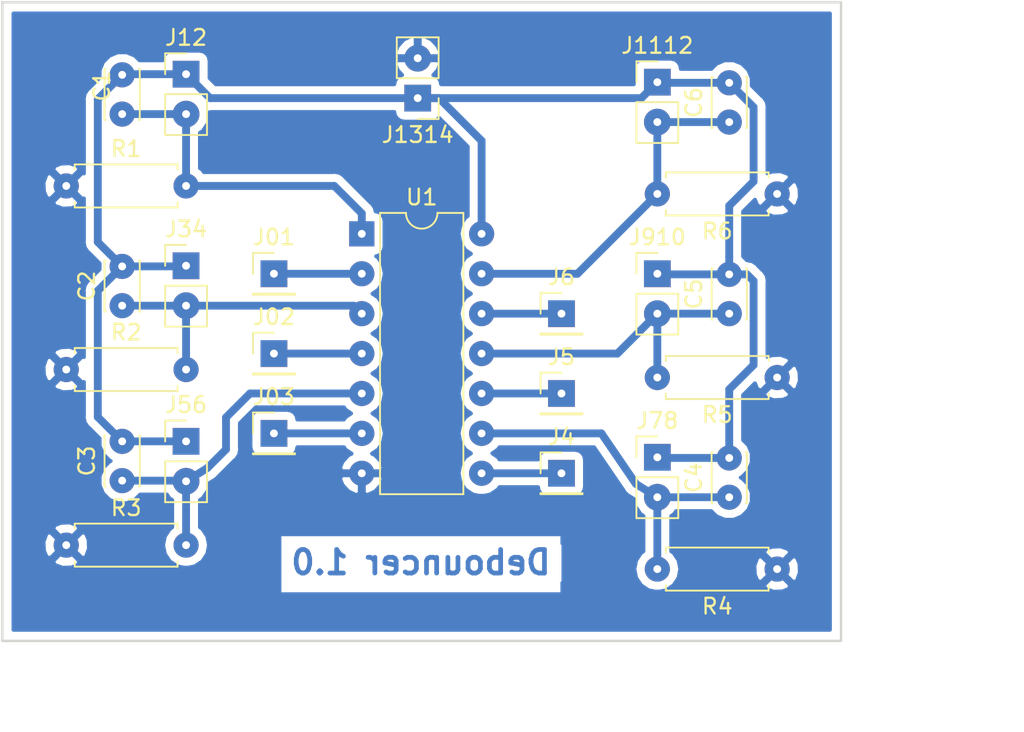
<source format=kicad_pcb>
(kicad_pcb (version 20171130) (host pcbnew "(5.0.0)")

  (general
    (thickness 1.6)
    (drawings 7)
    (tracks 81)
    (zones 0)
    (modules 26)
    (nets 15)
  )

  (page A4)
  (layers
    (0 F.Cu signal)
    (31 B.Cu jumper)
    (32 B.Adhes user)
    (33 F.Adhes user)
    (34 B.Paste user)
    (35 F.Paste user)
    (36 B.SilkS user)
    (37 F.SilkS user)
    (38 B.Mask user)
    (39 F.Mask user)
    (40 Dwgs.User user)
    (41 Cmts.User user)
    (42 Eco1.User user)
    (43 Eco2.User user)
    (44 Edge.Cuts user)
    (45 Margin user)
    (46 B.CrtYd user)
    (47 F.CrtYd user)
    (48 B.Fab user)
    (49 F.Fab user)
  )

  (setup
    (last_trace_width 0.25)
    (trace_clearance 0.25)
    (zone_clearance 0.508)
    (zone_45_only no)
    (trace_min 0.2)
    (segment_width 0.2)
    (edge_width 0.15)
    (via_size 0.8)
    (via_drill 0.4)
    (via_min_size 0.4)
    (via_min_drill 0.3)
    (uvia_size 0.3)
    (uvia_drill 0.1)
    (uvias_allowed no)
    (uvia_min_size 0.2)
    (uvia_min_drill 0.1)
    (pcb_text_width 0.3)
    (pcb_text_size 1.5 1.5)
    (mod_edge_width 0.15)
    (mod_text_size 1 1)
    (mod_text_width 0.15)
    (pad_size 1.6 1.6)
    (pad_drill 0.5)
    (pad_to_mask_clearance 0.2)
    (aux_axis_origin 0 0)
    (grid_origin 111.76 81.28)
    (visible_elements 7FFFFFFF)
    (pcbplotparams
      (layerselection 0x010fc_ffffffff)
      (usegerberextensions false)
      (usegerberattributes false)
      (usegerberadvancedattributes false)
      (creategerberjobfile false)
      (excludeedgelayer true)
      (linewidth 0.100000)
      (plotframeref false)
      (viasonmask false)
      (mode 1)
      (useauxorigin false)
      (hpglpennumber 1)
      (hpglpenspeed 20)
      (hpglpendiameter 15.000000)
      (psnegative false)
      (psa4output false)
      (plotreference true)
      (plotvalue true)
      (plotinvisibletext false)
      (padsonsilk false)
      (subtractmaskfromsilk false)
      (outputformat 1)
      (mirror false)
      (drillshape 1)
      (scaleselection 1)
      (outputdirectory "./"))
  )

  (net 0 "")
  (net 1 "Net-(C1-Pad1)")
  (net 2 "Net-(C2-Pad1)")
  (net 3 "Net-(C3-Pad1)")
  (net 4 "Net-(C4-Pad1)")
  (net 5 "Net-(C5-Pad1)")
  (net 6 "Net-(C6-Pad1)")
  (net 7 GND)
  (net 8 VCC)
  (net 9 "Net-(J01-Pad1)")
  (net 10 "Net-(J02-Pad1)")
  (net 11 "Net-(J03-Pad1)")
  (net 12 "Net-(J4-Pad1)")
  (net 13 "Net-(J5-Pad1)")
  (net 14 "Net-(J6-Pad1)")

  (net_class Default "Это класс цепей по умолчанию."
    (clearance 0.25)
    (trace_width 0.25)
    (via_dia 0.8)
    (via_drill 0.4)
    (uvia_dia 0.3)
    (uvia_drill 0.1)
  )

  (net_class 05 ""
    (clearance 0.5)
    (trace_width 0.5)
    (via_dia 0.5)
    (via_drill 0.3)
    (uvia_dia 0.3)
    (uvia_drill 0.1)
    (add_net GND)
    (add_net "Net-(C1-Pad1)")
    (add_net "Net-(C2-Pad1)")
    (add_net "Net-(C3-Pad1)")
    (add_net "Net-(C4-Pad1)")
    (add_net "Net-(C5-Pad1)")
    (add_net "Net-(C6-Pad1)")
    (add_net "Net-(J01-Pad1)")
    (add_net "Net-(J02-Pad1)")
    (add_net "Net-(J03-Pad1)")
    (add_net "Net-(J4-Pad1)")
    (add_net "Net-(J5-Pad1)")
    (add_net "Net-(J6-Pad1)")
    (add_net VCC)
  )

  (module Connector_PinHeader_2.54mm:PinHeader_1x02_P2.54mm_Vertical (layer F.Cu) (tedit 5BC49F3E) (tstamp 5BC49FF7)
    (at 123.444 109.22)
    (descr "Through hole straight pin header, 1x02, 2.54mm pitch, single row")
    (tags "Through hole pin header THT 1x02 2.54mm single row")
    (path /5BC3CB15)
    (fp_text reference J56 (at 0 -2.33) (layer F.SilkS)
      (effects (font (size 1 1) (thickness 0.15)))
    )
    (fp_text value Conn_01x02_Male (at 0 4.87) (layer F.Fab)
      (effects (font (size 1 1) (thickness 0.15)))
    )
    (fp_line (start -0.635 -1.27) (end 1.27 -1.27) (layer F.Fab) (width 0.1))
    (fp_line (start 1.27 -1.27) (end 1.27 3.81) (layer F.Fab) (width 0.1))
    (fp_line (start 1.27 3.81) (end -1.27 3.81) (layer F.Fab) (width 0.1))
    (fp_line (start -1.27 3.81) (end -1.27 -0.635) (layer F.Fab) (width 0.1))
    (fp_line (start -1.27 -0.635) (end -0.635 -1.27) (layer F.Fab) (width 0.1))
    (fp_line (start -1.33 3.87) (end 1.33 3.87) (layer F.SilkS) (width 0.12))
    (fp_line (start -1.33 1.27) (end -1.33 3.87) (layer F.SilkS) (width 0.12))
    (fp_line (start 1.33 1.27) (end 1.33 3.87) (layer F.SilkS) (width 0.12))
    (fp_line (start -1.33 1.27) (end 1.33 1.27) (layer F.SilkS) (width 0.12))
    (fp_line (start -1.33 0) (end -1.33 -1.33) (layer F.SilkS) (width 0.12))
    (fp_line (start -1.33 -1.33) (end 0 -1.33) (layer F.SilkS) (width 0.12))
    (fp_line (start -1.8 -1.8) (end -1.8 4.35) (layer F.CrtYd) (width 0.05))
    (fp_line (start -1.8 4.35) (end 1.8 4.35) (layer F.CrtYd) (width 0.05))
    (fp_line (start 1.8 4.35) (end 1.8 -1.8) (layer F.CrtYd) (width 0.05))
    (fp_line (start 1.8 -1.8) (end -1.8 -1.8) (layer F.CrtYd) (width 0.05))
    (fp_text user %R (at 0 1.27 90) (layer F.Fab)
      (effects (font (size 1 1) (thickness 0.15)))
    )
    (pad 1 thru_hole rect (at 0 0) (size 1.7 1.7) (drill 0.5) (layers *.Cu *.Mask)
      (net 8 VCC))
    (pad 2 thru_hole oval (at 0 2.54) (size 1.7 1.7) (drill 0.5) (layers *.Cu *.Mask)
      (net 3 "Net-(C3-Pad1)"))
    (model ${KISYS3DMOD}/Connector_PinHeader_2.54mm.3dshapes/PinHeader_1x02_P2.54mm_Vertical.wrl
      (at (xyz 0 0 0))
      (scale (xyz 1 1 1))
      (rotate (xyz 0 0 0))
    )
  )

  (module Package_DIP:DIP-14_W7.62mm (layer F.Cu) (tedit 5BC49AB1) (tstamp 5BC4AF5E)
    (at 134.62 96.012)
    (descr "14-lead though-hole mounted DIP package, row spacing 7.62 mm (300 mils)")
    (tags "THT DIP DIL PDIP 2.54mm 7.62mm 300mil")
    (path /5BBD41DC)
    (fp_text reference U1 (at 3.81 -2.33) (layer F.SilkS)
      (effects (font (size 1 1) (thickness 0.15)))
    )
    (fp_text value 74HC14 (at 3.81 17.57) (layer F.Fab)
      (effects (font (size 1 1) (thickness 0.15)))
    )
    (fp_arc (start 3.81 -1.33) (end 2.81 -1.33) (angle -180) (layer F.SilkS) (width 0.12))
    (fp_line (start 1.635 -1.27) (end 6.985 -1.27) (layer F.Fab) (width 0.1))
    (fp_line (start 6.985 -1.27) (end 6.985 16.51) (layer F.Fab) (width 0.1))
    (fp_line (start 6.985 16.51) (end 0.635 16.51) (layer F.Fab) (width 0.1))
    (fp_line (start 0.635 16.51) (end 0.635 -0.27) (layer F.Fab) (width 0.1))
    (fp_line (start 0.635 -0.27) (end 1.635 -1.27) (layer F.Fab) (width 0.1))
    (fp_line (start 2.81 -1.33) (end 1.16 -1.33) (layer F.SilkS) (width 0.12))
    (fp_line (start 1.16 -1.33) (end 1.16 16.57) (layer F.SilkS) (width 0.12))
    (fp_line (start 1.16 16.57) (end 6.46 16.57) (layer F.SilkS) (width 0.12))
    (fp_line (start 6.46 16.57) (end 6.46 -1.33) (layer F.SilkS) (width 0.12))
    (fp_line (start 6.46 -1.33) (end 4.81 -1.33) (layer F.SilkS) (width 0.12))
    (fp_line (start -1.1 -1.55) (end -1.1 16.8) (layer F.CrtYd) (width 0.05))
    (fp_line (start -1.1 16.8) (end 8.7 16.8) (layer F.CrtYd) (width 0.05))
    (fp_line (start 8.7 16.8) (end 8.7 -1.55) (layer F.CrtYd) (width 0.05))
    (fp_line (start 8.7 -1.55) (end -1.1 -1.55) (layer F.CrtYd) (width 0.05))
    (fp_text user %R (at 3.81 7.62) (layer F.Fab)
      (effects (font (size 1 1) (thickness 0.15)))
    )
    (pad 1 thru_hole rect (at 0 0) (size 1.6 1.6) (drill 0.5) (layers *.Cu *.Mask)
      (net 1 "Net-(C1-Pad1)"))
    (pad 8 thru_hole oval (at 7.62 15.24) (size 1.6 1.6) (drill 0.5) (layers *.Cu *.Mask)
      (net 12 "Net-(J4-Pad1)"))
    (pad 2 thru_hole oval (at 0 2.54) (size 1.6 1.6) (drill 0.5) (layers *.Cu *.Mask)
      (net 9 "Net-(J01-Pad1)"))
    (pad 9 thru_hole oval (at 7.62 12.7) (size 1.6 1.6) (drill 0.5) (layers *.Cu *.Mask)
      (net 4 "Net-(C4-Pad1)"))
    (pad 3 thru_hole oval (at 0 5.08) (size 1.6 1.6) (drill 0.5) (layers *.Cu *.Mask)
      (net 2 "Net-(C2-Pad1)"))
    (pad 10 thru_hole oval (at 7.62 10.16) (size 1.6 1.6) (drill 0.5) (layers *.Cu *.Mask)
      (net 13 "Net-(J5-Pad1)"))
    (pad 4 thru_hole oval (at 0 7.62) (size 1.6 1.6) (drill 0.5) (layers *.Cu *.Mask)
      (net 10 "Net-(J02-Pad1)"))
    (pad 11 thru_hole oval (at 7.62 7.62) (size 1.6 1.6) (drill 0.5) (layers *.Cu *.Mask)
      (net 5 "Net-(C5-Pad1)"))
    (pad 5 thru_hole oval (at 0 10.16) (size 1.6 1.6) (drill 0.5) (layers *.Cu *.Mask)
      (net 3 "Net-(C3-Pad1)"))
    (pad 12 thru_hole oval (at 7.62 5.08) (size 1.6 1.6) (drill 0.5) (layers *.Cu *.Mask)
      (net 14 "Net-(J6-Pad1)"))
    (pad 6 thru_hole oval (at 0 12.7) (size 1.6 1.6) (drill 0.5) (layers *.Cu *.Mask)
      (net 11 "Net-(J03-Pad1)"))
    (pad 13 thru_hole oval (at 7.62 2.54) (size 1.6 1.6) (drill 0.5) (layers *.Cu *.Mask)
      (net 6 "Net-(C6-Pad1)"))
    (pad 7 thru_hole oval (at 0 15.24) (size 1.6 1.6) (drill 0.5) (layers *.Cu *.Mask)
      (net 7 GND))
    (pad 14 thru_hole oval (at 7.62 0) (size 1.6 1.6) (drill 0.5) (layers *.Cu *.Mask)
      (net 8 VCC))
    (model ${KISYS3DMOD}/Package_DIP.3dshapes/DIP-14_W7.62mm.wrl
      (at (xyz 0 0 0))
      (scale (xyz 1 1 1))
      (rotate (xyz 0 0 0))
    )
  )

  (module Capacitor_THT:C_Disc_D3.0mm_W2.0mm_P2.50mm (layer F.Cu) (tedit 5BC49B48) (tstamp 5BC49ECE)
    (at 119.38 88.392 90)
    (descr "C, Disc series, Radial, pin pitch=2.50mm, , diameter*width=3*2mm^2, Capacitor")
    (tags "C Disc series Radial pin pitch 2.50mm  diameter 3mm width 2mm Capacitor")
    (path /5BBCB738)
    (fp_text reference C1 (at 1.779999 -1.295001 90) (layer F.SilkS)
      (effects (font (size 1 1) (thickness 0.15)))
    )
    (fp_text value C (at 1.25 2.25 90) (layer F.Fab)
      (effects (font (size 1 1) (thickness 0.15)))
    )
    (fp_text user %R (at 1.25 0 90) (layer B.Fab)
      (effects (font (size 0.6 0.6) (thickness 0.09)) (justify mirror))
    )
    (fp_line (start 3.55 -1.25) (end -1.05 -1.25) (layer F.CrtYd) (width 0.05))
    (fp_line (start 3.55 1.25) (end 3.55 -1.25) (layer F.CrtYd) (width 0.05))
    (fp_line (start -1.05 1.25) (end 3.55 1.25) (layer F.CrtYd) (width 0.05))
    (fp_line (start -1.05 -1.25) (end -1.05 1.25) (layer F.CrtYd) (width 0.05))
    (fp_line (start 2.87 1.055) (end 2.87 1.12) (layer F.SilkS) (width 0.12))
    (fp_line (start 2.87 -1.12) (end 2.87 -1.055) (layer F.SilkS) (width 0.12))
    (fp_line (start -0.37 1.055) (end -0.37 1.12) (layer F.SilkS) (width 0.12))
    (fp_line (start -0.37 -1.12) (end -0.37 -1.055) (layer F.SilkS) (width 0.12))
    (fp_line (start -0.37 1.12) (end 2.87 1.12) (layer F.SilkS) (width 0.12))
    (fp_line (start -0.37 -1.12) (end 2.87 -1.12) (layer F.SilkS) (width 0.12))
    (fp_line (start 2.75 -1) (end -0.25 -1) (layer F.Fab) (width 0.1))
    (fp_line (start 2.75 1) (end 2.75 -1) (layer F.Fab) (width 0.1))
    (fp_line (start -0.25 1) (end 2.75 1) (layer F.Fab) (width 0.1))
    (fp_line (start -0.25 -1) (end -0.25 1) (layer F.Fab) (width 0.1))
    (pad 2 thru_hole circle (at 2.5 0 90) (size 1.6 1.6) (drill 0.5) (layers *.Cu *.Mask)
      (net 8 VCC))
    (pad 1 thru_hole circle (at 0 0 90) (size 1.6 1.6) (drill 0.5) (layers *.Cu *.Mask)
      (net 1 "Net-(C1-Pad1)"))
    (model ${KISYS3DMOD}/Capacitor_THT.3dshapes/C_Disc_D3.0mm_W2.0mm_P2.50mm.wrl
      (at (xyz 0 0 0))
      (scale (xyz 1 1 1))
      (rotate (xyz 0 0 0))
    )
  )

  (module Capacitor_THT:C_Disc_D3.0mm_W2.0mm_P2.50mm (layer F.Cu) (tedit 5BC49F00) (tstamp 5BC49EE3)
    (at 119.38 100.584 90)
    (descr "C, Disc series, Radial, pin pitch=2.50mm, , diameter*width=3*2mm^2, Capacitor")
    (tags "C Disc series Radial pin pitch 2.50mm  diameter 3mm width 2mm Capacitor")
    (path /5BBCB806)
    (fp_text reference C2 (at 1.25 -2.25 90) (layer F.SilkS)
      (effects (font (size 1 1) (thickness 0.15)))
    )
    (fp_text value C (at 1.25 2.25 90) (layer F.Fab)
      (effects (font (size 1 1) (thickness 0.15)))
    )
    (fp_line (start -0.25 -1) (end -0.25 1) (layer F.Fab) (width 0.1))
    (fp_line (start -0.25 1) (end 2.75 1) (layer F.Fab) (width 0.1))
    (fp_line (start 2.75 1) (end 2.75 -1) (layer F.Fab) (width 0.1))
    (fp_line (start 2.75 -1) (end -0.25 -1) (layer F.Fab) (width 0.1))
    (fp_line (start -0.37 -1.12) (end 2.87 -1.12) (layer F.SilkS) (width 0.12))
    (fp_line (start -0.37 1.12) (end 2.87 1.12) (layer F.SilkS) (width 0.12))
    (fp_line (start -0.37 -1.12) (end -0.37 -1.055) (layer F.SilkS) (width 0.12))
    (fp_line (start -0.37 1.055) (end -0.37 1.12) (layer F.SilkS) (width 0.12))
    (fp_line (start 2.87 -1.12) (end 2.87 -1.055) (layer F.SilkS) (width 0.12))
    (fp_line (start 2.87 1.055) (end 2.87 1.12) (layer F.SilkS) (width 0.12))
    (fp_line (start -1.05 -1.25) (end -1.05 1.25) (layer F.CrtYd) (width 0.05))
    (fp_line (start -1.05 1.25) (end 3.55 1.25) (layer F.CrtYd) (width 0.05))
    (fp_line (start 3.55 1.25) (end 3.55 -1.25) (layer F.CrtYd) (width 0.05))
    (fp_line (start 3.55 -1.25) (end -1.05 -1.25) (layer F.CrtYd) (width 0.05))
    (fp_text user %R (at 1.25 0 90) (layer F.Fab)
      (effects (font (size 0.6 0.6) (thickness 0.09)))
    )
    (pad 1 thru_hole circle (at 0 0 90) (size 1.6 1.6) (drill 0.5) (layers *.Cu *.Mask)
      (net 2 "Net-(C2-Pad1)"))
    (pad 2 thru_hole circle (at 2.5 0 90) (size 1.6 1.6) (drill 0.5) (layers *.Cu *.Mask)
      (net 8 VCC))
    (model ${KISYS3DMOD}/Capacitor_THT.3dshapes/C_Disc_D3.0mm_W2.0mm_P2.50mm.wrl
      (at (xyz 0 0 0))
      (scale (xyz 1 1 1))
      (rotate (xyz 0 0 0))
    )
  )

  (module Capacitor_THT:C_Disc_D3.0mm_W2.0mm_P2.50mm (layer F.Cu) (tedit 5BC49F2E) (tstamp 5BC49EF8)
    (at 119.38 111.72 90)
    (descr "C, Disc series, Radial, pin pitch=2.50mm, , diameter*width=3*2mm^2, Capacitor")
    (tags "C Disc series Radial pin pitch 2.50mm  diameter 3mm width 2mm Capacitor")
    (path /5BBCB8A8)
    (fp_text reference C3 (at 1.25 -2.25 90) (layer F.SilkS)
      (effects (font (size 1 1) (thickness 0.15)))
    )
    (fp_text value C (at 1.25 2.25 90) (layer F.Fab)
      (effects (font (size 1 1) (thickness 0.15)))
    )
    (fp_text user %R (at 1.25 0 90) (layer F.Fab)
      (effects (font (size 0.6 0.6) (thickness 0.09)))
    )
    (fp_line (start 3.55 -1.25) (end -1.05 -1.25) (layer F.CrtYd) (width 0.05))
    (fp_line (start 3.55 1.25) (end 3.55 -1.25) (layer F.CrtYd) (width 0.05))
    (fp_line (start -1.05 1.25) (end 3.55 1.25) (layer F.CrtYd) (width 0.05))
    (fp_line (start -1.05 -1.25) (end -1.05 1.25) (layer F.CrtYd) (width 0.05))
    (fp_line (start 2.87 1.055) (end 2.87 1.12) (layer F.SilkS) (width 0.12))
    (fp_line (start 2.87 -1.12) (end 2.87 -1.055) (layer F.SilkS) (width 0.12))
    (fp_line (start -0.37 1.055) (end -0.37 1.12) (layer F.SilkS) (width 0.12))
    (fp_line (start -0.37 -1.12) (end -0.37 -1.055) (layer F.SilkS) (width 0.12))
    (fp_line (start -0.37 1.12) (end 2.87 1.12) (layer F.SilkS) (width 0.12))
    (fp_line (start -0.37 -1.12) (end 2.87 -1.12) (layer F.SilkS) (width 0.12))
    (fp_line (start 2.75 -1) (end -0.25 -1) (layer F.Fab) (width 0.1))
    (fp_line (start 2.75 1) (end 2.75 -1) (layer F.Fab) (width 0.1))
    (fp_line (start -0.25 1) (end 2.75 1) (layer F.Fab) (width 0.1))
    (fp_line (start -0.25 -1) (end -0.25 1) (layer F.Fab) (width 0.1))
    (pad 2 thru_hole circle (at 2.5 0 90) (size 1.6 1.6) (drill 0.5) (layers *.Cu *.Mask)
      (net 8 VCC))
    (pad 1 thru_hole circle (at 0 0 90) (size 1.6 1.6) (drill 0.5) (layers *.Cu *.Mask)
      (net 3 "Net-(C3-Pad1)"))
    (model ${KISYS3DMOD}/Capacitor_THT.3dshapes/C_Disc_D3.0mm_W2.0mm_P2.50mm.wrl
      (at (xyz 0 0 0))
      (scale (xyz 1 1 1))
      (rotate (xyz 0 0 0))
    )
  )

  (module Capacitor_THT:C_Disc_D3.0mm_W2.0mm_P2.50mm (layer F.Cu) (tedit 5BC4A18D) (tstamp 5BC49F0D)
    (at 157.988 112.776 90)
    (descr "C, Disc series, Radial, pin pitch=2.50mm, , diameter*width=3*2mm^2, Capacitor")
    (tags "C Disc series Radial pin pitch 2.50mm  diameter 3mm width 2mm Capacitor")
    (path /5BBCBAC2)
    (fp_text reference C4 (at 1.25 -2.25 90) (layer F.SilkS)
      (effects (font (size 1 1) (thickness 0.15)))
    )
    (fp_text value C (at 1.25 2.25 90) (layer F.Fab)
      (effects (font (size 1 1) (thickness 0.15)))
    )
    (fp_line (start -0.25 -1) (end -0.25 1) (layer F.Fab) (width 0.1))
    (fp_line (start -0.25 1) (end 2.75 1) (layer F.Fab) (width 0.1))
    (fp_line (start 2.75 1) (end 2.75 -1) (layer F.Fab) (width 0.1))
    (fp_line (start 2.75 -1) (end -0.25 -1) (layer F.Fab) (width 0.1))
    (fp_line (start -0.37 -1.12) (end 2.87 -1.12) (layer F.SilkS) (width 0.12))
    (fp_line (start -0.37 1.12) (end 2.87 1.12) (layer F.SilkS) (width 0.12))
    (fp_line (start -0.37 -1.12) (end -0.37 -1.055) (layer F.SilkS) (width 0.12))
    (fp_line (start -0.37 1.055) (end -0.37 1.12) (layer F.SilkS) (width 0.12))
    (fp_line (start 2.87 -1.12) (end 2.87 -1.055) (layer F.SilkS) (width 0.12))
    (fp_line (start 2.87 1.055) (end 2.87 1.12) (layer F.SilkS) (width 0.12))
    (fp_line (start -1.05 -1.25) (end -1.05 1.25) (layer F.CrtYd) (width 0.05))
    (fp_line (start -1.05 1.25) (end 3.55 1.25) (layer F.CrtYd) (width 0.05))
    (fp_line (start 3.55 1.25) (end 3.55 -1.25) (layer F.CrtYd) (width 0.05))
    (fp_line (start 3.55 -1.25) (end -1.05 -1.25) (layer F.CrtYd) (width 0.05))
    (fp_text user %R (at 1.25 0 90) (layer F.Fab)
      (effects (font (size 0.6 0.6) (thickness 0.09)))
    )
    (pad 1 thru_hole circle (at 0 0 90) (size 1.6 1.6) (drill 0.5) (layers *.Cu *.Mask)
      (net 4 "Net-(C4-Pad1)"))
    (pad 2 thru_hole circle (at 2.5 0 90) (size 1.6 1.6) (drill 0.5) (layers *.Cu *.Mask)
      (net 8 VCC))
    (model ${KISYS3DMOD}/Capacitor_THT.3dshapes/C_Disc_D3.0mm_W2.0mm_P2.50mm.wrl
      (at (xyz 0 0 0))
      (scale (xyz 1 1 1))
      (rotate (xyz 0 0 0))
    )
  )

  (module Capacitor_THT:C_Disc_D3.0mm_W2.0mm_P2.50mm (layer F.Cu) (tedit 5BC4A13A) (tstamp 5BC49F22)
    (at 157.988 101.092 90)
    (descr "C, Disc series, Radial, pin pitch=2.50mm, , diameter*width=3*2mm^2, Capacitor")
    (tags "C Disc series Radial pin pitch 2.50mm  diameter 3mm width 2mm Capacitor")
    (path /5BBCBB16)
    (fp_text reference C5 (at 1.25 -2.25 90) (layer F.SilkS)
      (effects (font (size 1 1) (thickness 0.15)))
    )
    (fp_text value C (at 1.25 2.25 90) (layer F.Fab)
      (effects (font (size 1 1) (thickness 0.15)))
    )
    (fp_text user %R (at 1.25 0 90) (layer F.Fab)
      (effects (font (size 0.6 0.6) (thickness 0.09)))
    )
    (fp_line (start 3.55 -1.25) (end -1.05 -1.25) (layer F.CrtYd) (width 0.05))
    (fp_line (start 3.55 1.25) (end 3.55 -1.25) (layer F.CrtYd) (width 0.05))
    (fp_line (start -1.05 1.25) (end 3.55 1.25) (layer F.CrtYd) (width 0.05))
    (fp_line (start -1.05 -1.25) (end -1.05 1.25) (layer F.CrtYd) (width 0.05))
    (fp_line (start 2.87 1.055) (end 2.87 1.12) (layer F.SilkS) (width 0.12))
    (fp_line (start 2.87 -1.12) (end 2.87 -1.055) (layer F.SilkS) (width 0.12))
    (fp_line (start -0.37 1.055) (end -0.37 1.12) (layer F.SilkS) (width 0.12))
    (fp_line (start -0.37 -1.12) (end -0.37 -1.055) (layer F.SilkS) (width 0.12))
    (fp_line (start -0.37 1.12) (end 2.87 1.12) (layer F.SilkS) (width 0.12))
    (fp_line (start -0.37 -1.12) (end 2.87 -1.12) (layer F.SilkS) (width 0.12))
    (fp_line (start 2.75 -1) (end -0.25 -1) (layer F.Fab) (width 0.1))
    (fp_line (start 2.75 1) (end 2.75 -1) (layer F.Fab) (width 0.1))
    (fp_line (start -0.25 1) (end 2.75 1) (layer F.Fab) (width 0.1))
    (fp_line (start -0.25 -1) (end -0.25 1) (layer F.Fab) (width 0.1))
    (pad 2 thru_hole circle (at 2.5 0 90) (size 1.6 1.6) (drill 0.5) (layers *.Cu *.Mask)
      (net 8 VCC))
    (pad 1 thru_hole circle (at 0 0 90) (size 1.6 1.6) (drill 0.5) (layers *.Cu *.Mask)
      (net 5 "Net-(C5-Pad1)"))
    (model ${KISYS3DMOD}/Capacitor_THT.3dshapes/C_Disc_D3.0mm_W2.0mm_P2.50mm.wrl
      (at (xyz 0 0 0))
      (scale (xyz 1 1 1))
      (rotate (xyz 0 0 0))
    )
  )

  (module Capacitor_THT:C_Disc_D3.0mm_W2.0mm_P2.50mm (layer F.Cu) (tedit 5BC49A34) (tstamp 5BC4B6BC)
    (at 157.988 88.9 90)
    (descr "C, Disc series, Radial, pin pitch=2.50mm, , diameter*width=3*2mm^2, Capacitor")
    (tags "C Disc series Radial pin pitch 2.50mm  diameter 3mm width 2mm Capacitor")
    (path /5BBCBB67)
    (fp_text reference C6 (at 1.25 -2.25 90) (layer F.SilkS)
      (effects (font (size 1 1) (thickness 0.15)))
    )
    (fp_text value C (at 1.25 2.25 90) (layer F.Fab)
      (effects (font (size 1 1) (thickness 0.15)))
    )
    (fp_line (start -0.25 -1) (end -0.25 1) (layer F.Fab) (width 0.1))
    (fp_line (start -0.25 1) (end 2.75 1) (layer F.Fab) (width 0.1))
    (fp_line (start 2.75 1) (end 2.75 -1) (layer F.Fab) (width 0.1))
    (fp_line (start 2.75 -1) (end -0.25 -1) (layer F.Fab) (width 0.1))
    (fp_line (start -0.37 -1.12) (end 2.87 -1.12) (layer F.SilkS) (width 0.12))
    (fp_line (start -0.37 1.12) (end 2.87 1.12) (layer F.SilkS) (width 0.12))
    (fp_line (start -0.37 -1.12) (end -0.37 -1.055) (layer F.SilkS) (width 0.12))
    (fp_line (start -0.37 1.055) (end -0.37 1.12) (layer F.SilkS) (width 0.12))
    (fp_line (start 2.87 -1.12) (end 2.87 -1.055) (layer F.SilkS) (width 0.12))
    (fp_line (start 2.87 1.055) (end 2.87 1.12) (layer F.SilkS) (width 0.12))
    (fp_line (start -1.05 -1.25) (end -1.05 1.25) (layer F.CrtYd) (width 0.05))
    (fp_line (start -1.05 1.25) (end 3.55 1.25) (layer F.CrtYd) (width 0.05))
    (fp_line (start 3.55 1.25) (end 3.55 -1.25) (layer F.CrtYd) (width 0.05))
    (fp_line (start 3.55 -1.25) (end -1.05 -1.25) (layer F.CrtYd) (width 0.05))
    (fp_text user %R (at 1.25 0 90) (layer F.Fab)
      (effects (font (size 0.6 0.6) (thickness 0.09)))
    )
    (pad 1 thru_hole circle (at 0 0 90) (size 1.6 1.6) (drill 0.5) (layers *.Cu *.Mask)
      (net 6 "Net-(C6-Pad1)"))
    (pad 2 thru_hole circle (at 2.5 0 90) (size 1.6 1.6) (drill 0.5) (layers *.Cu *.Mask)
      (net 8 VCC))
    (model ${KISYS3DMOD}/Capacitor_THT.3dshapes/C_Disc_D3.0mm_W2.0mm_P2.50mm.wrl
      (at (xyz 0 0 0))
      (scale (xyz 1 1 1))
      (rotate (xyz 0 0 0))
    )
  )

  (module Connector_PinHeader_2.54mm:PinHeader_1x01_P2.54mm_Vertical (layer F.Cu) (tedit 5BC49EA9) (tstamp 5BC4C166)
    (at 129.032 98.552)
    (descr "Through hole straight pin header, 1x01, 2.54mm pitch, single row")
    (tags "Through hole pin header THT 1x01 2.54mm single row")
    (path /5BC5395F)
    (fp_text reference J01 (at 0 -2.33) (layer F.SilkS)
      (effects (font (size 1 1) (thickness 0.15)))
    )
    (fp_text value Conn_01x01_Male (at 0 2.33) (layer F.Fab)
      (effects (font (size 1 1) (thickness 0.15)))
    )
    (fp_line (start -0.635 -1.27) (end 1.27 -1.27) (layer F.Fab) (width 0.1))
    (fp_line (start 1.27 -1.27) (end 1.27 1.27) (layer F.Fab) (width 0.1))
    (fp_line (start 1.27 1.27) (end -1.27 1.27) (layer F.Fab) (width 0.1))
    (fp_line (start -1.27 1.27) (end -1.27 -0.635) (layer F.Fab) (width 0.1))
    (fp_line (start -1.27 -0.635) (end -0.635 -1.27) (layer F.Fab) (width 0.1))
    (fp_line (start -1.33 1.33) (end 1.33 1.33) (layer F.SilkS) (width 0.12))
    (fp_line (start -1.33 1.27) (end -1.33 1.33) (layer F.SilkS) (width 0.12))
    (fp_line (start 1.33 1.27) (end 1.33 1.33) (layer F.SilkS) (width 0.12))
    (fp_line (start -1.33 1.27) (end 1.33 1.27) (layer F.SilkS) (width 0.12))
    (fp_line (start -1.33 0) (end -1.33 -1.33) (layer F.SilkS) (width 0.12))
    (fp_line (start -1.33 -1.33) (end 0 -1.33) (layer F.SilkS) (width 0.12))
    (fp_line (start -1.8 -1.8) (end -1.8 1.8) (layer F.CrtYd) (width 0.05))
    (fp_line (start -1.8 1.8) (end 1.8 1.8) (layer F.CrtYd) (width 0.05))
    (fp_line (start 1.8 1.8) (end 1.8 -1.8) (layer F.CrtYd) (width 0.05))
    (fp_line (start 1.8 -1.8) (end -1.8 -1.8) (layer F.CrtYd) (width 0.05))
    (fp_text user %R (at 0 0 90) (layer F.Fab)
      (effects (font (size 1 1) (thickness 0.15)))
    )
    (pad 1 thru_hole rect (at 0 0) (size 1.7 1.7) (drill 0.5) (layers *.Cu *.Mask)
      (net 9 "Net-(J01-Pad1)"))
    (model ${KISYS3DMOD}/Connector_PinHeader_2.54mm.3dshapes/PinHeader_1x01_P2.54mm_Vertical.wrl
      (at (xyz 0 0 0))
      (scale (xyz 1 1 1))
      (rotate (xyz 0 0 0))
    )
  )

  (module Connector_PinHeader_2.54mm:PinHeader_1x01_P2.54mm_Vertical (layer F.Cu) (tedit 5BC49F09) (tstamp 5BC49F61)
    (at 129.032 103.632)
    (descr "Through hole straight pin header, 1x01, 2.54mm pitch, single row")
    (tags "Through hole pin header THT 1x01 2.54mm single row")
    (path /5BC67541)
    (fp_text reference J02 (at 0 -2.33) (layer F.SilkS)
      (effects (font (size 1 1) (thickness 0.15)))
    )
    (fp_text value Conn_01x01_Male (at 0 2.33) (layer F.Fab)
      (effects (font (size 1 1) (thickness 0.15)))
    )
    (fp_text user %R (at 0 0 90) (layer F.Fab)
      (effects (font (size 1 1) (thickness 0.15)))
    )
    (fp_line (start 1.8 -1.8) (end -1.8 -1.8) (layer F.CrtYd) (width 0.05))
    (fp_line (start 1.8 1.8) (end 1.8 -1.8) (layer F.CrtYd) (width 0.05))
    (fp_line (start -1.8 1.8) (end 1.8 1.8) (layer F.CrtYd) (width 0.05))
    (fp_line (start -1.8 -1.8) (end -1.8 1.8) (layer F.CrtYd) (width 0.05))
    (fp_line (start -1.33 -1.33) (end 0 -1.33) (layer F.SilkS) (width 0.12))
    (fp_line (start -1.33 0) (end -1.33 -1.33) (layer F.SilkS) (width 0.12))
    (fp_line (start -1.33 1.27) (end 1.33 1.27) (layer F.SilkS) (width 0.12))
    (fp_line (start 1.33 1.27) (end 1.33 1.33) (layer F.SilkS) (width 0.12))
    (fp_line (start -1.33 1.27) (end -1.33 1.33) (layer F.SilkS) (width 0.12))
    (fp_line (start -1.33 1.33) (end 1.33 1.33) (layer F.SilkS) (width 0.12))
    (fp_line (start -1.27 -0.635) (end -0.635 -1.27) (layer F.Fab) (width 0.1))
    (fp_line (start -1.27 1.27) (end -1.27 -0.635) (layer F.Fab) (width 0.1))
    (fp_line (start 1.27 1.27) (end -1.27 1.27) (layer F.Fab) (width 0.1))
    (fp_line (start 1.27 -1.27) (end 1.27 1.27) (layer F.Fab) (width 0.1))
    (fp_line (start -0.635 -1.27) (end 1.27 -1.27) (layer F.Fab) (width 0.1))
    (pad 1 thru_hole rect (at 0 0) (size 1.7 1.7) (drill 0.5) (layers *.Cu *.Mask)
      (net 10 "Net-(J02-Pad1)"))
    (model ${KISYS3DMOD}/Connector_PinHeader_2.54mm.3dshapes/PinHeader_1x01_P2.54mm_Vertical.wrl
      (at (xyz 0 0 0))
      (scale (xyz 1 1 1))
      (rotate (xyz 0 0 0))
    )
  )

  (module Connector_PinHeader_2.54mm:PinHeader_1x01_P2.54mm_Vertical (layer F.Cu) (tedit 5BC49F50) (tstamp 5BC49F76)
    (at 129.032 108.712)
    (descr "Through hole straight pin header, 1x01, 2.54mm pitch, single row")
    (tags "Through hole pin header THT 1x01 2.54mm single row")
    (path /5BC67601)
    (fp_text reference J03 (at 0 -2.33) (layer F.SilkS)
      (effects (font (size 1 1) (thickness 0.15)))
    )
    (fp_text value Conn_01x01_Male (at 0 2.33) (layer F.Fab)
      (effects (font (size 1 1) (thickness 0.15)))
    )
    (fp_line (start -0.635 -1.27) (end 1.27 -1.27) (layer F.Fab) (width 0.1))
    (fp_line (start 1.27 -1.27) (end 1.27 1.27) (layer F.Fab) (width 0.1))
    (fp_line (start 1.27 1.27) (end -1.27 1.27) (layer F.Fab) (width 0.1))
    (fp_line (start -1.27 1.27) (end -1.27 -0.635) (layer F.Fab) (width 0.1))
    (fp_line (start -1.27 -0.635) (end -0.635 -1.27) (layer F.Fab) (width 0.1))
    (fp_line (start -1.33 1.33) (end 1.33 1.33) (layer F.SilkS) (width 0.12))
    (fp_line (start -1.33 1.27) (end -1.33 1.33) (layer F.SilkS) (width 0.12))
    (fp_line (start 1.33 1.27) (end 1.33 1.33) (layer F.SilkS) (width 0.12))
    (fp_line (start -1.33 1.27) (end 1.33 1.27) (layer F.SilkS) (width 0.12))
    (fp_line (start -1.33 0) (end -1.33 -1.33) (layer F.SilkS) (width 0.12))
    (fp_line (start -1.33 -1.33) (end 0 -1.33) (layer F.SilkS) (width 0.12))
    (fp_line (start -1.8 -1.8) (end -1.8 1.8) (layer F.CrtYd) (width 0.05))
    (fp_line (start -1.8 1.8) (end 1.8 1.8) (layer F.CrtYd) (width 0.05))
    (fp_line (start 1.8 1.8) (end 1.8 -1.8) (layer F.CrtYd) (width 0.05))
    (fp_line (start 1.8 -1.8) (end -1.8 -1.8) (layer F.CrtYd) (width 0.05))
    (fp_text user %R (at 0 0 90) (layer F.Fab)
      (effects (font (size 1 1) (thickness 0.15)))
    )
    (pad 1 thru_hole rect (at 0 0) (size 1.7 1.7) (drill 0.5) (layers *.Cu *.Mask)
      (net 11 "Net-(J03-Pad1)"))
    (model ${KISYS3DMOD}/Connector_PinHeader_2.54mm.3dshapes/PinHeader_1x01_P2.54mm_Vertical.wrl
      (at (xyz 0 0 0))
      (scale (xyz 1 1 1))
      (rotate (xyz 0 0 0))
    )
  )

  (module Connector_PinHeader_2.54mm:PinHeader_1x01_P2.54mm_Vertical (layer F.Cu) (tedit 5BC4A111) (tstamp 5BC49F8B)
    (at 147.32 111.252)
    (descr "Through hole straight pin header, 1x01, 2.54mm pitch, single row")
    (tags "Through hole pin header THT 1x01 2.54mm single row")
    (path /5BC676BB)
    (fp_text reference J4 (at 0 -2.33) (layer F.SilkS)
      (effects (font (size 1 1) (thickness 0.15)))
    )
    (fp_text value Conn_01x01_Male (at 0 2.33) (layer F.Fab)
      (effects (font (size 1 1) (thickness 0.15)))
    )
    (fp_text user %R (at 0 0 90) (layer F.Fab)
      (effects (font (size 1 1) (thickness 0.15)))
    )
    (fp_line (start 1.8 -1.8) (end -1.8 -1.8) (layer F.CrtYd) (width 0.05))
    (fp_line (start 1.8 1.8) (end 1.8 -1.8) (layer F.CrtYd) (width 0.05))
    (fp_line (start -1.8 1.8) (end 1.8 1.8) (layer F.CrtYd) (width 0.05))
    (fp_line (start -1.8 -1.8) (end -1.8 1.8) (layer F.CrtYd) (width 0.05))
    (fp_line (start -1.33 -1.33) (end 0 -1.33) (layer F.SilkS) (width 0.12))
    (fp_line (start -1.33 0) (end -1.33 -1.33) (layer F.SilkS) (width 0.12))
    (fp_line (start -1.33 1.27) (end 1.33 1.27) (layer F.SilkS) (width 0.12))
    (fp_line (start 1.33 1.27) (end 1.33 1.33) (layer F.SilkS) (width 0.12))
    (fp_line (start -1.33 1.27) (end -1.33 1.33) (layer F.SilkS) (width 0.12))
    (fp_line (start -1.33 1.33) (end 1.33 1.33) (layer F.SilkS) (width 0.12))
    (fp_line (start -1.27 -0.635) (end -0.635 -1.27) (layer F.Fab) (width 0.1))
    (fp_line (start -1.27 1.27) (end -1.27 -0.635) (layer F.Fab) (width 0.1))
    (fp_line (start 1.27 1.27) (end -1.27 1.27) (layer F.Fab) (width 0.1))
    (fp_line (start 1.27 -1.27) (end 1.27 1.27) (layer F.Fab) (width 0.1))
    (fp_line (start -0.635 -1.27) (end 1.27 -1.27) (layer F.Fab) (width 0.1))
    (pad 1 thru_hole rect (at 0 0) (size 1.7 1.7) (drill 0.5) (layers *.Cu *.Mask)
      (net 12 "Net-(J4-Pad1)"))
    (model ${KISYS3DMOD}/Connector_PinHeader_2.54mm.3dshapes/PinHeader_1x01_P2.54mm_Vertical.wrl
      (at (xyz 0 0 0))
      (scale (xyz 1 1 1))
      (rotate (xyz 0 0 0))
    )
  )

  (module Connector_PinHeader_2.54mm:PinHeader_1x01_P2.54mm_Vertical (layer F.Cu) (tedit 5BC4A0FF) (tstamp 5BC49FA0)
    (at 147.32 106.172)
    (descr "Through hole straight pin header, 1x01, 2.54mm pitch, single row")
    (tags "Through hole pin header THT 1x01 2.54mm single row")
    (path /5BC67764)
    (fp_text reference J5 (at 0 -2.33) (layer F.SilkS)
      (effects (font (size 1 1) (thickness 0.15)))
    )
    (fp_text value Conn_01x01_Male (at 0 2.33) (layer F.Fab)
      (effects (font (size 1 1) (thickness 0.15)))
    )
    (fp_line (start -0.635 -1.27) (end 1.27 -1.27) (layer F.Fab) (width 0.1))
    (fp_line (start 1.27 -1.27) (end 1.27 1.27) (layer F.Fab) (width 0.1))
    (fp_line (start 1.27 1.27) (end -1.27 1.27) (layer F.Fab) (width 0.1))
    (fp_line (start -1.27 1.27) (end -1.27 -0.635) (layer F.Fab) (width 0.1))
    (fp_line (start -1.27 -0.635) (end -0.635 -1.27) (layer F.Fab) (width 0.1))
    (fp_line (start -1.33 1.33) (end 1.33 1.33) (layer F.SilkS) (width 0.12))
    (fp_line (start -1.33 1.27) (end -1.33 1.33) (layer F.SilkS) (width 0.12))
    (fp_line (start 1.33 1.27) (end 1.33 1.33) (layer F.SilkS) (width 0.12))
    (fp_line (start -1.33 1.27) (end 1.33 1.27) (layer F.SilkS) (width 0.12))
    (fp_line (start -1.33 0) (end -1.33 -1.33) (layer F.SilkS) (width 0.12))
    (fp_line (start -1.33 -1.33) (end 0 -1.33) (layer F.SilkS) (width 0.12))
    (fp_line (start -1.8 -1.8) (end -1.8 1.8) (layer F.CrtYd) (width 0.05))
    (fp_line (start -1.8 1.8) (end 1.8 1.8) (layer F.CrtYd) (width 0.05))
    (fp_line (start 1.8 1.8) (end 1.8 -1.8) (layer F.CrtYd) (width 0.05))
    (fp_line (start 1.8 -1.8) (end -1.8 -1.8) (layer F.CrtYd) (width 0.05))
    (fp_text user %R (at 0 0 90) (layer F.Fab)
      (effects (font (size 1 1) (thickness 0.15)))
    )
    (pad 1 thru_hole rect (at 0 0) (size 1.7 1.7) (drill 0.5) (layers *.Cu *.Mask)
      (net 13 "Net-(J5-Pad1)"))
    (model ${KISYS3DMOD}/Connector_PinHeader_2.54mm.3dshapes/PinHeader_1x01_P2.54mm_Vertical.wrl
      (at (xyz 0 0 0))
      (scale (xyz 1 1 1))
      (rotate (xyz 0 0 0))
    )
  )

  (module Connector_PinHeader_2.54mm:PinHeader_1x01_P2.54mm_Vertical (layer F.Cu) (tedit 5BC4A0F6) (tstamp 5BC49FB5)
    (at 147.32 101.092)
    (descr "Through hole straight pin header, 1x01, 2.54mm pitch, single row")
    (tags "Through hole pin header THT 1x01 2.54mm single row")
    (path /5BC677FF)
    (fp_text reference J6 (at 0 -2.33) (layer F.SilkS)
      (effects (font (size 1 1) (thickness 0.15)))
    )
    (fp_text value Conn_01x01_Male (at 0 2.33) (layer F.Fab)
      (effects (font (size 1 1) (thickness 0.15)))
    )
    (fp_text user %R (at 0 0 90) (layer F.Fab)
      (effects (font (size 1 1) (thickness 0.15)))
    )
    (fp_line (start 1.8 -1.8) (end -1.8 -1.8) (layer F.CrtYd) (width 0.05))
    (fp_line (start 1.8 1.8) (end 1.8 -1.8) (layer F.CrtYd) (width 0.05))
    (fp_line (start -1.8 1.8) (end 1.8 1.8) (layer F.CrtYd) (width 0.05))
    (fp_line (start -1.8 -1.8) (end -1.8 1.8) (layer F.CrtYd) (width 0.05))
    (fp_line (start -1.33 -1.33) (end 0 -1.33) (layer F.SilkS) (width 0.12))
    (fp_line (start -1.33 0) (end -1.33 -1.33) (layer F.SilkS) (width 0.12))
    (fp_line (start -1.33 1.27) (end 1.33 1.27) (layer F.SilkS) (width 0.12))
    (fp_line (start 1.33 1.27) (end 1.33 1.33) (layer F.SilkS) (width 0.12))
    (fp_line (start -1.33 1.27) (end -1.33 1.33) (layer F.SilkS) (width 0.12))
    (fp_line (start -1.33 1.33) (end 1.33 1.33) (layer F.SilkS) (width 0.12))
    (fp_line (start -1.27 -0.635) (end -0.635 -1.27) (layer F.Fab) (width 0.1))
    (fp_line (start -1.27 1.27) (end -1.27 -0.635) (layer F.Fab) (width 0.1))
    (fp_line (start 1.27 1.27) (end -1.27 1.27) (layer F.Fab) (width 0.1))
    (fp_line (start 1.27 -1.27) (end 1.27 1.27) (layer F.Fab) (width 0.1))
    (fp_line (start -0.635 -1.27) (end 1.27 -1.27) (layer F.Fab) (width 0.1))
    (pad 1 thru_hole rect (at 0 0) (size 1.7 1.7) (drill 0.5) (layers *.Cu *.Mask)
      (net 14 "Net-(J6-Pad1)"))
    (model ${KISYS3DMOD}/Connector_PinHeader_2.54mm.3dshapes/PinHeader_1x01_P2.54mm_Vertical.wrl
      (at (xyz 0 0 0))
      (scale (xyz 1 1 1))
      (rotate (xyz 0 0 0))
    )
  )

  (module Connector_PinHeader_2.54mm:PinHeader_1x02_P2.54mm_Vertical (layer F.Cu) (tedit 5BC49B43) (tstamp 5BC49FCB)
    (at 123.444 85.852)
    (descr "Through hole straight pin header, 1x02, 2.54mm pitch, single row")
    (tags "Through hole pin header THT 1x02 2.54mm single row")
    (path /5BC3C799)
    (fp_text reference J12 (at 0 -2.33) (layer F.SilkS)
      (effects (font (size 1 1) (thickness 0.15)))
    )
    (fp_text value Conn_01x02_Male (at 0 4.87) (layer F.Fab)
      (effects (font (size 1 1) (thickness 0.15)))
    )
    (fp_line (start -0.635 -1.27) (end 1.27 -1.27) (layer F.Fab) (width 0.1))
    (fp_line (start 1.27 -1.27) (end 1.27 3.81) (layer F.Fab) (width 0.1))
    (fp_line (start 1.27 3.81) (end -1.27 3.81) (layer F.Fab) (width 0.1))
    (fp_line (start -1.27 3.81) (end -1.27 -0.635) (layer F.Fab) (width 0.1))
    (fp_line (start -1.27 -0.635) (end -0.635 -1.27) (layer F.Fab) (width 0.1))
    (fp_line (start -1.33 3.87) (end 1.33 3.87) (layer F.SilkS) (width 0.12))
    (fp_line (start -1.33 1.27) (end -1.33 3.87) (layer F.SilkS) (width 0.12))
    (fp_line (start 1.33 1.27) (end 1.33 3.87) (layer F.SilkS) (width 0.12))
    (fp_line (start -1.33 1.27) (end 1.33 1.27) (layer F.SilkS) (width 0.12))
    (fp_line (start -1.33 0) (end -1.33 -1.33) (layer F.SilkS) (width 0.12))
    (fp_line (start -1.33 -1.33) (end 0 -1.33) (layer F.SilkS) (width 0.12))
    (fp_line (start -1.8 -1.8) (end -1.8 4.35) (layer F.CrtYd) (width 0.05))
    (fp_line (start -1.8 4.35) (end 1.8 4.35) (layer F.CrtYd) (width 0.05))
    (fp_line (start 1.8 4.35) (end 1.8 -1.8) (layer F.CrtYd) (width 0.05))
    (fp_line (start 1.8 -1.8) (end -1.8 -1.8) (layer F.CrtYd) (width 0.05))
    (fp_text user %R (at 0 1.27 90) (layer F.Fab)
      (effects (font (size 1 1) (thickness 0.15)))
    )
    (pad 1 thru_hole rect (at 0 0) (size 1.7 1.7) (drill 0.5) (layers *.Cu *.Mask)
      (net 8 VCC))
    (pad 2 thru_hole oval (at 0 2.54) (size 1.7 1.7) (drill 0.5) (layers *.Cu *.Mask)
      (net 1 "Net-(C1-Pad1)"))
    (model ${KISYS3DMOD}/Connector_PinHeader_2.54mm.3dshapes/PinHeader_1x02_P2.54mm_Vertical.wrl
      (at (xyz 0 0 0))
      (scale (xyz 1 1 1))
      (rotate (xyz 0 0 0))
    )
  )

  (module Connector_PinHeader_2.54mm:PinHeader_1x02_P2.54mm_Vertical (layer F.Cu) (tedit 5BC49F04) (tstamp 5BC49FE1)
    (at 123.444 98.044)
    (descr "Through hole straight pin header, 1x02, 2.54mm pitch, single row")
    (tags "Through hole pin header THT 1x02 2.54mm single row")
    (path /5BC3C8E1)
    (fp_text reference J34 (at 0 -2.33) (layer F.SilkS)
      (effects (font (size 1 1) (thickness 0.15)))
    )
    (fp_text value Conn_01x02_Male (at 0 4.87) (layer F.Fab)
      (effects (font (size 1 1) (thickness 0.15)))
    )
    (fp_text user %R (at 0 1.27 90) (layer F.Fab)
      (effects (font (size 1 1) (thickness 0.15)))
    )
    (fp_line (start 1.8 -1.8) (end -1.8 -1.8) (layer F.CrtYd) (width 0.05))
    (fp_line (start 1.8 4.35) (end 1.8 -1.8) (layer F.CrtYd) (width 0.05))
    (fp_line (start -1.8 4.35) (end 1.8 4.35) (layer F.CrtYd) (width 0.05))
    (fp_line (start -1.8 -1.8) (end -1.8 4.35) (layer F.CrtYd) (width 0.05))
    (fp_line (start -1.33 -1.33) (end 0 -1.33) (layer F.SilkS) (width 0.12))
    (fp_line (start -1.33 0) (end -1.33 -1.33) (layer F.SilkS) (width 0.12))
    (fp_line (start -1.33 1.27) (end 1.33 1.27) (layer F.SilkS) (width 0.12))
    (fp_line (start 1.33 1.27) (end 1.33 3.87) (layer F.SilkS) (width 0.12))
    (fp_line (start -1.33 1.27) (end -1.33 3.87) (layer F.SilkS) (width 0.12))
    (fp_line (start -1.33 3.87) (end 1.33 3.87) (layer F.SilkS) (width 0.12))
    (fp_line (start -1.27 -0.635) (end -0.635 -1.27) (layer F.Fab) (width 0.1))
    (fp_line (start -1.27 3.81) (end -1.27 -0.635) (layer F.Fab) (width 0.1))
    (fp_line (start 1.27 3.81) (end -1.27 3.81) (layer F.Fab) (width 0.1))
    (fp_line (start 1.27 -1.27) (end 1.27 3.81) (layer F.Fab) (width 0.1))
    (fp_line (start -0.635 -1.27) (end 1.27 -1.27) (layer F.Fab) (width 0.1))
    (pad 2 thru_hole oval (at 0 2.54) (size 1.7 1.7) (drill 0.5) (layers *.Cu *.Mask)
      (net 2 "Net-(C2-Pad1)"))
    (pad 1 thru_hole rect (at 0 0) (size 1.7 1.7) (drill 0.5) (layers *.Cu *.Mask)
      (net 8 VCC))
    (model ${KISYS3DMOD}/Connector_PinHeader_2.54mm.3dshapes/PinHeader_1x02_P2.54mm_Vertical.wrl
      (at (xyz 0 0 0))
      (scale (xyz 1 1 1))
      (rotate (xyz 0 0 0))
    )
  )

  (module Connector_PinHeader_2.54mm:PinHeader_1x02_P2.54mm_Vertical (layer F.Cu) (tedit 5BC4A177) (tstamp 5BC4A00D)
    (at 153.416 110.236)
    (descr "Through hole straight pin header, 1x02, 2.54mm pitch, single row")
    (tags "Through hole pin header THT 1x02 2.54mm single row")
    (path /5BC3CBB6)
    (fp_text reference J78 (at 0 -2.33) (layer F.SilkS)
      (effects (font (size 1 1) (thickness 0.15)))
    )
    (fp_text value Conn_01x02_Male (at 0 4.87) (layer F.Fab)
      (effects (font (size 1 1) (thickness 0.15)))
    )
    (fp_text user %R (at 0 1.27 90) (layer F.Fab)
      (effects (font (size 1 1) (thickness 0.15)))
    )
    (fp_line (start 1.8 -1.8) (end -1.8 -1.8) (layer F.CrtYd) (width 0.05))
    (fp_line (start 1.8 4.35) (end 1.8 -1.8) (layer F.CrtYd) (width 0.05))
    (fp_line (start -1.8 4.35) (end 1.8 4.35) (layer F.CrtYd) (width 0.05))
    (fp_line (start -1.8 -1.8) (end -1.8 4.35) (layer F.CrtYd) (width 0.05))
    (fp_line (start -1.33 -1.33) (end 0 -1.33) (layer F.SilkS) (width 0.12))
    (fp_line (start -1.33 0) (end -1.33 -1.33) (layer F.SilkS) (width 0.12))
    (fp_line (start -1.33 1.27) (end 1.33 1.27) (layer F.SilkS) (width 0.12))
    (fp_line (start 1.33 1.27) (end 1.33 3.87) (layer F.SilkS) (width 0.12))
    (fp_line (start -1.33 1.27) (end -1.33 3.87) (layer F.SilkS) (width 0.12))
    (fp_line (start -1.33 3.87) (end 1.33 3.87) (layer F.SilkS) (width 0.12))
    (fp_line (start -1.27 -0.635) (end -0.635 -1.27) (layer F.Fab) (width 0.1))
    (fp_line (start -1.27 3.81) (end -1.27 -0.635) (layer F.Fab) (width 0.1))
    (fp_line (start 1.27 3.81) (end -1.27 3.81) (layer F.Fab) (width 0.1))
    (fp_line (start 1.27 -1.27) (end 1.27 3.81) (layer F.Fab) (width 0.1))
    (fp_line (start -0.635 -1.27) (end 1.27 -1.27) (layer F.Fab) (width 0.1))
    (pad 2 thru_hole oval (at 0 2.54) (size 1.7 1.7) (drill 0.5) (layers *.Cu *.Mask)
      (net 4 "Net-(C4-Pad1)"))
    (pad 1 thru_hole rect (at 0 0) (size 1.7 1.7) (drill 0.5) (layers *.Cu *.Mask)
      (net 8 VCC))
    (model ${KISYS3DMOD}/Connector_PinHeader_2.54mm.3dshapes/PinHeader_1x02_P2.54mm_Vertical.wrl
      (at (xyz 0 0 0))
      (scale (xyz 1 1 1))
      (rotate (xyz 0 0 0))
    )
  )

  (module Connector_PinHeader_2.54mm:PinHeader_1x02_P2.54mm_Vertical (layer F.Cu) (tedit 5BC4A120) (tstamp 5BC4A023)
    (at 153.416 98.552)
    (descr "Through hole straight pin header, 1x02, 2.54mm pitch, single row")
    (tags "Through hole pin header THT 1x02 2.54mm single row")
    (path /5BC3CC60)
    (fp_text reference J910 (at 0 -2.33) (layer F.SilkS)
      (effects (font (size 1 1) (thickness 0.15)))
    )
    (fp_text value Conn_01x02_Male (at 0 4.87) (layer F.Fab)
      (effects (font (size 1 1) (thickness 0.15)))
    )
    (fp_line (start -0.635 -1.27) (end 1.27 -1.27) (layer F.Fab) (width 0.1))
    (fp_line (start 1.27 -1.27) (end 1.27 3.81) (layer F.Fab) (width 0.1))
    (fp_line (start 1.27 3.81) (end -1.27 3.81) (layer F.Fab) (width 0.1))
    (fp_line (start -1.27 3.81) (end -1.27 -0.635) (layer F.Fab) (width 0.1))
    (fp_line (start -1.27 -0.635) (end -0.635 -1.27) (layer F.Fab) (width 0.1))
    (fp_line (start -1.33 3.87) (end 1.33 3.87) (layer F.SilkS) (width 0.12))
    (fp_line (start -1.33 1.27) (end -1.33 3.87) (layer F.SilkS) (width 0.12))
    (fp_line (start 1.33 1.27) (end 1.33 3.87) (layer F.SilkS) (width 0.12))
    (fp_line (start -1.33 1.27) (end 1.33 1.27) (layer F.SilkS) (width 0.12))
    (fp_line (start -1.33 0) (end -1.33 -1.33) (layer F.SilkS) (width 0.12))
    (fp_line (start -1.33 -1.33) (end 0 -1.33) (layer F.SilkS) (width 0.12))
    (fp_line (start -1.8 -1.8) (end -1.8 4.35) (layer F.CrtYd) (width 0.05))
    (fp_line (start -1.8 4.35) (end 1.8 4.35) (layer F.CrtYd) (width 0.05))
    (fp_line (start 1.8 4.35) (end 1.8 -1.8) (layer F.CrtYd) (width 0.05))
    (fp_line (start 1.8 -1.8) (end -1.8 -1.8) (layer F.CrtYd) (width 0.05))
    (fp_text user %R (at 0 1.27 90) (layer F.Fab)
      (effects (font (size 1 1) (thickness 0.15)))
    )
    (pad 1 thru_hole rect (at 0 0) (size 1.7 1.7) (drill 0.5) (layers *.Cu *.Mask)
      (net 8 VCC))
    (pad 2 thru_hole oval (at 0 2.54) (size 1.7 1.7) (drill 0.5) (layers *.Cu *.Mask)
      (net 5 "Net-(C5-Pad1)"))
    (model ${KISYS3DMOD}/Connector_PinHeader_2.54mm.3dshapes/PinHeader_1x02_P2.54mm_Vertical.wrl
      (at (xyz 0 0 0))
      (scale (xyz 1 1 1))
      (rotate (xyz 0 0 0))
    )
  )

  (module Connector_PinHeader_2.54mm:PinHeader_1x02_P2.54mm_Vertical (layer F.Cu) (tedit 5BC4994B) (tstamp 5BC4A039)
    (at 153.416 86.36)
    (descr "Through hole straight pin header, 1x02, 2.54mm pitch, single row")
    (tags "Through hole pin header THT 1x02 2.54mm single row")
    (path /5BC3CD13)
    (fp_text reference J1112 (at 0 -2.33) (layer F.SilkS)
      (effects (font (size 1 1) (thickness 0.15)))
    )
    (fp_text value Conn_01x02_Male (at 0 4.87) (layer F.Fab)
      (effects (font (size 1 1) (thickness 0.15)))
    )
    (fp_text user %R (at 0 1.27 90) (layer F.Fab)
      (effects (font (size 1 1) (thickness 0.15)))
    )
    (fp_line (start 1.8 -1.8) (end -1.8 -1.8) (layer F.CrtYd) (width 0.05))
    (fp_line (start 1.8 4.35) (end 1.8 -1.8) (layer F.CrtYd) (width 0.05))
    (fp_line (start -1.8 4.35) (end 1.8 4.35) (layer F.CrtYd) (width 0.05))
    (fp_line (start -1.8 -1.8) (end -1.8 4.35) (layer F.CrtYd) (width 0.05))
    (fp_line (start -1.33 -1.33) (end 0 -1.33) (layer F.SilkS) (width 0.12))
    (fp_line (start -1.33 0) (end -1.33 -1.33) (layer F.SilkS) (width 0.12))
    (fp_line (start -1.33 1.27) (end 1.33 1.27) (layer F.SilkS) (width 0.12))
    (fp_line (start 1.33 1.27) (end 1.33 3.87) (layer F.SilkS) (width 0.12))
    (fp_line (start -1.33 1.27) (end -1.33 3.87) (layer F.SilkS) (width 0.12))
    (fp_line (start -1.33 3.87) (end 1.33 3.87) (layer F.SilkS) (width 0.12))
    (fp_line (start -1.27 -0.635) (end -0.635 -1.27) (layer F.Fab) (width 0.1))
    (fp_line (start -1.27 3.81) (end -1.27 -0.635) (layer F.Fab) (width 0.1))
    (fp_line (start 1.27 3.81) (end -1.27 3.81) (layer F.Fab) (width 0.1))
    (fp_line (start 1.27 -1.27) (end 1.27 3.81) (layer F.Fab) (width 0.1))
    (fp_line (start -0.635 -1.27) (end 1.27 -1.27) (layer F.Fab) (width 0.1))
    (pad 2 thru_hole oval (at 0 2.54) (size 1.7 1.7) (drill 0.5) (layers *.Cu *.Mask)
      (net 6 "Net-(C6-Pad1)"))
    (pad 1 thru_hole rect (at 0 0) (size 1.7 1.7) (drill 0.5) (layers *.Cu *.Mask)
      (net 8 VCC))
    (model ${KISYS3DMOD}/Connector_PinHeader_2.54mm.3dshapes/PinHeader_1x02_P2.54mm_Vertical.wrl
      (at (xyz 0 0 0))
      (scale (xyz 1 1 1))
      (rotate (xyz 0 0 0))
    )
  )

  (module Connector_PinHeader_2.54mm:PinHeader_1x02_P2.54mm_Vertical (layer F.Cu) (tedit 5BC49B1D) (tstamp 5BC4A04F)
    (at 138.176 87.376 180)
    (descr "Through hole straight pin header, 1x02, 2.54mm pitch, single row")
    (tags "Through hole pin header THT 1x02 2.54mm single row")
    (path /5BC3CDE0)
    (fp_text reference J1314 (at 0 -2.33 180) (layer F.SilkS)
      (effects (font (size 1 1) (thickness 0.15)))
    )
    (fp_text value Conn_01x02_Male (at 0 4.87 180) (layer F.Fab)
      (effects (font (size 1 1) (thickness 0.15)))
    )
    (fp_line (start -0.635 -1.27) (end 1.27 -1.27) (layer F.Fab) (width 0.1))
    (fp_line (start 1.27 -1.27) (end 1.27 3.81) (layer F.Fab) (width 0.1))
    (fp_line (start 1.27 3.81) (end -1.27 3.81) (layer F.Fab) (width 0.1))
    (fp_line (start -1.27 3.81) (end -1.27 -0.635) (layer F.Fab) (width 0.1))
    (fp_line (start -1.27 -0.635) (end -0.635 -1.27) (layer F.Fab) (width 0.1))
    (fp_line (start -1.33 3.87) (end 1.33 3.87) (layer F.SilkS) (width 0.12))
    (fp_line (start -1.33 1.27) (end -1.33 3.87) (layer F.SilkS) (width 0.12))
    (fp_line (start 1.33 1.27) (end 1.33 3.87) (layer F.SilkS) (width 0.12))
    (fp_line (start -1.33 1.27) (end 1.33 1.27) (layer F.SilkS) (width 0.12))
    (fp_line (start -1.33 0) (end -1.33 -1.33) (layer F.SilkS) (width 0.12))
    (fp_line (start -1.33 -1.33) (end 0 -1.33) (layer F.SilkS) (width 0.12))
    (fp_line (start -1.8 -1.8) (end -1.8 4.35) (layer F.CrtYd) (width 0.05))
    (fp_line (start -1.8 4.35) (end 1.8 4.35) (layer F.CrtYd) (width 0.05))
    (fp_line (start 1.8 4.35) (end 1.8 -1.8) (layer F.CrtYd) (width 0.05))
    (fp_line (start 1.8 -1.8) (end -1.8 -1.8) (layer F.CrtYd) (width 0.05))
    (fp_text user %R (at 0 1.27 270) (layer F.Fab)
      (effects (font (size 1 1) (thickness 0.15)))
    )
    (pad 1 thru_hole rect (at 0 0 180) (size 1.7 1.7) (drill 0.5) (layers *.Cu *.Mask)
      (net 8 VCC))
    (pad 2 thru_hole oval (at 0 2.54 180) (size 1.7 1.7) (drill 0.5) (layers *.Cu *.Mask)
      (net 7 GND))
    (model ${KISYS3DMOD}/Connector_PinHeader_2.54mm.3dshapes/PinHeader_1x02_P2.54mm_Vertical.wrl
      (at (xyz 0 0 0))
      (scale (xyz 1 1 1))
      (rotate (xyz 0 0 0))
    )
  )

  (module Resistor_THT:R_Axial_DIN0207_L6.3mm_D2.5mm_P7.62mm_Horizontal (layer F.Cu) (tedit 5BC49EB7) (tstamp 5BC4C8DB)
    (at 115.824 92.964)
    (descr "Resistor, Axial_DIN0207 series, Axial, Horizontal, pin pitch=7.62mm, 0.25W = 1/4W, length*diameter=6.3*2.5mm^2, http://cdn-reichelt.de/documents/datenblatt/B400/1_4W%23YAG.pdf")
    (tags "Resistor Axial_DIN0207 series Axial Horizontal pin pitch 7.62mm 0.25W = 1/4W length 6.3mm diameter 2.5mm")
    (path /5BBCDDE1)
    (fp_text reference R1 (at 3.81 -2.37) (layer F.SilkS)
      (effects (font (size 1 1) (thickness 0.15)))
    )
    (fp_text value R100K (at 3.81 2.37) (layer F.Fab)
      (effects (font (size 1 1) (thickness 0.15)))
    )
    (fp_line (start 0.66 -1.25) (end 0.66 1.25) (layer F.Fab) (width 0.1))
    (fp_line (start 0.66 1.25) (end 6.96 1.25) (layer F.Fab) (width 0.1))
    (fp_line (start 6.96 1.25) (end 6.96 -1.25) (layer F.Fab) (width 0.1))
    (fp_line (start 6.96 -1.25) (end 0.66 -1.25) (layer F.Fab) (width 0.1))
    (fp_line (start 0 0) (end 0.66 0) (layer F.Fab) (width 0.1))
    (fp_line (start 7.62 0) (end 6.96 0) (layer F.Fab) (width 0.1))
    (fp_line (start 0.54 -1.04) (end 0.54 -1.37) (layer F.SilkS) (width 0.12))
    (fp_line (start 0.54 -1.37) (end 7.08 -1.37) (layer F.SilkS) (width 0.12))
    (fp_line (start 7.08 -1.37) (end 7.08 -1.04) (layer F.SilkS) (width 0.12))
    (fp_line (start 0.54 1.04) (end 0.54 1.37) (layer F.SilkS) (width 0.12))
    (fp_line (start 0.54 1.37) (end 7.08 1.37) (layer F.SilkS) (width 0.12))
    (fp_line (start 7.08 1.37) (end 7.08 1.04) (layer F.SilkS) (width 0.12))
    (fp_line (start -1.05 -1.5) (end -1.05 1.5) (layer F.CrtYd) (width 0.05))
    (fp_line (start -1.05 1.5) (end 8.67 1.5) (layer F.CrtYd) (width 0.05))
    (fp_line (start 8.67 1.5) (end 8.67 -1.5) (layer F.CrtYd) (width 0.05))
    (fp_line (start 8.67 -1.5) (end -1.05 -1.5) (layer F.CrtYd) (width 0.05))
    (fp_text user %R (at 3.81 0) (layer F.Fab)
      (effects (font (size 1 1) (thickness 0.15)))
    )
    (pad 1 thru_hole circle (at 0 0) (size 1.6 1.6) (drill 0.5) (layers *.Cu *.Mask)
      (net 7 GND))
    (pad 2 thru_hole oval (at 7.62 0) (size 1.6 1.6) (drill 0.5) (layers *.Cu *.Mask)
      (net 1 "Net-(C1-Pad1)"))
    (model ${KISYS3DMOD}/Resistor_THT.3dshapes/R_Axial_DIN0207_L6.3mm_D2.5mm_P7.62mm_Horizontal.wrl
      (at (xyz 0 0 0))
      (scale (xyz 1 1 1))
      (rotate (xyz 0 0 0))
    )
  )

  (module Resistor_THT:R_Axial_DIN0207_L6.3mm_D2.5mm_P7.62mm_Horizontal (layer F.Cu) (tedit 5BC49F18) (tstamp 5BC4A07D)
    (at 115.824 104.648)
    (descr "Resistor, Axial_DIN0207 series, Axial, Horizontal, pin pitch=7.62mm, 0.25W = 1/4W, length*diameter=6.3*2.5mm^2, http://cdn-reichelt.de/documents/datenblatt/B400/1_4W%23YAG.pdf")
    (tags "Resistor Axial_DIN0207 series Axial Horizontal pin pitch 7.62mm 0.25W = 1/4W length 6.3mm diameter 2.5mm")
    (path /5BBCE53A)
    (fp_text reference R2 (at 3.81 -2.37) (layer F.SilkS)
      (effects (font (size 1 1) (thickness 0.15)))
    )
    (fp_text value R100K (at 3.81 2.37) (layer F.Fab)
      (effects (font (size 1 1) (thickness 0.15)))
    )
    (fp_text user %R (at 3.81 0) (layer F.Fab)
      (effects (font (size 1 1) (thickness 0.15)))
    )
    (fp_line (start 8.67 -1.5) (end -1.05 -1.5) (layer F.CrtYd) (width 0.05))
    (fp_line (start 8.67 1.5) (end 8.67 -1.5) (layer F.CrtYd) (width 0.05))
    (fp_line (start -1.05 1.5) (end 8.67 1.5) (layer F.CrtYd) (width 0.05))
    (fp_line (start -1.05 -1.5) (end -1.05 1.5) (layer F.CrtYd) (width 0.05))
    (fp_line (start 7.08 1.37) (end 7.08 1.04) (layer F.SilkS) (width 0.12))
    (fp_line (start 0.54 1.37) (end 7.08 1.37) (layer F.SilkS) (width 0.12))
    (fp_line (start 0.54 1.04) (end 0.54 1.37) (layer F.SilkS) (width 0.12))
    (fp_line (start 7.08 -1.37) (end 7.08 -1.04) (layer F.SilkS) (width 0.12))
    (fp_line (start 0.54 -1.37) (end 7.08 -1.37) (layer F.SilkS) (width 0.12))
    (fp_line (start 0.54 -1.04) (end 0.54 -1.37) (layer F.SilkS) (width 0.12))
    (fp_line (start 7.62 0) (end 6.96 0) (layer F.Fab) (width 0.1))
    (fp_line (start 0 0) (end 0.66 0) (layer F.Fab) (width 0.1))
    (fp_line (start 6.96 -1.25) (end 0.66 -1.25) (layer F.Fab) (width 0.1))
    (fp_line (start 6.96 1.25) (end 6.96 -1.25) (layer F.Fab) (width 0.1))
    (fp_line (start 0.66 1.25) (end 6.96 1.25) (layer F.Fab) (width 0.1))
    (fp_line (start 0.66 -1.25) (end 0.66 1.25) (layer F.Fab) (width 0.1))
    (pad 2 thru_hole oval (at 7.62 0) (size 1.6 1.6) (drill 0.5) (layers *.Cu *.Mask)
      (net 2 "Net-(C2-Pad1)"))
    (pad 1 thru_hole circle (at 0 0) (size 1.6 1.6) (drill 0.5) (layers *.Cu *.Mask)
      (net 7 GND))
    (model ${KISYS3DMOD}/Resistor_THT.3dshapes/R_Axial_DIN0207_L6.3mm_D2.5mm_P7.62mm_Horizontal.wrl
      (at (xyz 0 0 0))
      (scale (xyz 1 1 1))
      (rotate (xyz 0 0 0))
    )
  )

  (module Resistor_THT:R_Axial_DIN0207_L6.3mm_D2.5mm_P7.62mm_Horizontal (layer F.Cu) (tedit 5BC49F4B) (tstamp 5BC4A094)
    (at 115.824 115.824)
    (descr "Resistor, Axial_DIN0207 series, Axial, Horizontal, pin pitch=7.62mm, 0.25W = 1/4W, length*diameter=6.3*2.5mm^2, http://cdn-reichelt.de/documents/datenblatt/B400/1_4W%23YAG.pdf")
    (tags "Resistor Axial_DIN0207 series Axial Horizontal pin pitch 7.62mm 0.25W = 1/4W length 6.3mm diameter 2.5mm")
    (path /5BBCE5DD)
    (fp_text reference R3 (at 3.81 -2.37) (layer F.SilkS)
      (effects (font (size 1 1) (thickness 0.15)))
    )
    (fp_text value R (at 3.81 2.37) (layer F.Fab)
      (effects (font (size 1 1) (thickness 0.15)))
    )
    (fp_line (start 0.66 -1.25) (end 0.66 1.25) (layer F.Fab) (width 0.1))
    (fp_line (start 0.66 1.25) (end 6.96 1.25) (layer F.Fab) (width 0.1))
    (fp_line (start 6.96 1.25) (end 6.96 -1.25) (layer F.Fab) (width 0.1))
    (fp_line (start 6.96 -1.25) (end 0.66 -1.25) (layer F.Fab) (width 0.1))
    (fp_line (start 0 0) (end 0.66 0) (layer F.Fab) (width 0.1))
    (fp_line (start 7.62 0) (end 6.96 0) (layer F.Fab) (width 0.1))
    (fp_line (start 0.54 -1.04) (end 0.54 -1.37) (layer F.SilkS) (width 0.12))
    (fp_line (start 0.54 -1.37) (end 7.08 -1.37) (layer F.SilkS) (width 0.12))
    (fp_line (start 7.08 -1.37) (end 7.08 -1.04) (layer F.SilkS) (width 0.12))
    (fp_line (start 0.54 1.04) (end 0.54 1.37) (layer F.SilkS) (width 0.12))
    (fp_line (start 0.54 1.37) (end 7.08 1.37) (layer F.SilkS) (width 0.12))
    (fp_line (start 7.08 1.37) (end 7.08 1.04) (layer F.SilkS) (width 0.12))
    (fp_line (start -1.05 -1.5) (end -1.05 1.5) (layer F.CrtYd) (width 0.05))
    (fp_line (start -1.05 1.5) (end 8.67 1.5) (layer F.CrtYd) (width 0.05))
    (fp_line (start 8.67 1.5) (end 8.67 -1.5) (layer F.CrtYd) (width 0.05))
    (fp_line (start 8.67 -1.5) (end -1.05 -1.5) (layer F.CrtYd) (width 0.05))
    (fp_text user %R (at 3.81 0) (layer F.Fab)
      (effects (font (size 1 1) (thickness 0.15)))
    )
    (pad 1 thru_hole circle (at 0 0) (size 1.6 1.6) (drill 0.5) (layers *.Cu *.Mask)
      (net 7 GND))
    (pad 2 thru_hole oval (at 7.62 0) (size 1.6 1.6) (drill 0.5) (layers *.Cu *.Mask)
      (net 3 "Net-(C3-Pad1)"))
    (model ${KISYS3DMOD}/Resistor_THT.3dshapes/R_Axial_DIN0207_L6.3mm_D2.5mm_P7.62mm_Horizontal.wrl
      (at (xyz 0 0 0))
      (scale (xyz 1 1 1))
      (rotate (xyz 0 0 0))
    )
  )

  (module Resistor_THT:R_Axial_DIN0207_L6.3mm_D2.5mm_P7.62mm_Horizontal (layer F.Cu) (tedit 5BC4A197) (tstamp 5BC4A0AB)
    (at 161.036 117.348 180)
    (descr "Resistor, Axial_DIN0207 series, Axial, Horizontal, pin pitch=7.62mm, 0.25W = 1/4W, length*diameter=6.3*2.5mm^2, http://cdn-reichelt.de/documents/datenblatt/B400/1_4W%23YAG.pdf")
    (tags "Resistor Axial_DIN0207 series Axial Horizontal pin pitch 7.62mm 0.25W = 1/4W length 6.3mm diameter 2.5mm")
    (path /5BBCE617)
    (fp_text reference R4 (at 3.81 -2.37 180) (layer F.SilkS)
      (effects (font (size 1 1) (thickness 0.15)))
    )
    (fp_text value R (at 3.81 2.37 180) (layer F.Fab)
      (effects (font (size 1 1) (thickness 0.15)))
    )
    (fp_text user %R (at 3.81 0 180) (layer F.Fab)
      (effects (font (size 1 1) (thickness 0.15)))
    )
    (fp_line (start 8.67 -1.5) (end -1.05 -1.5) (layer F.CrtYd) (width 0.05))
    (fp_line (start 8.67 1.5) (end 8.67 -1.5) (layer F.CrtYd) (width 0.05))
    (fp_line (start -1.05 1.5) (end 8.67 1.5) (layer F.CrtYd) (width 0.05))
    (fp_line (start -1.05 -1.5) (end -1.05 1.5) (layer F.CrtYd) (width 0.05))
    (fp_line (start 7.08 1.37) (end 7.08 1.04) (layer F.SilkS) (width 0.12))
    (fp_line (start 0.54 1.37) (end 7.08 1.37) (layer F.SilkS) (width 0.12))
    (fp_line (start 0.54 1.04) (end 0.54 1.37) (layer F.SilkS) (width 0.12))
    (fp_line (start 7.08 -1.37) (end 7.08 -1.04) (layer F.SilkS) (width 0.12))
    (fp_line (start 0.54 -1.37) (end 7.08 -1.37) (layer F.SilkS) (width 0.12))
    (fp_line (start 0.54 -1.04) (end 0.54 -1.37) (layer F.SilkS) (width 0.12))
    (fp_line (start 7.62 0) (end 6.96 0) (layer F.Fab) (width 0.1))
    (fp_line (start 0 0) (end 0.66 0) (layer F.Fab) (width 0.1))
    (fp_line (start 6.96 -1.25) (end 0.66 -1.25) (layer F.Fab) (width 0.1))
    (fp_line (start 6.96 1.25) (end 6.96 -1.25) (layer F.Fab) (width 0.1))
    (fp_line (start 0.66 1.25) (end 6.96 1.25) (layer F.Fab) (width 0.1))
    (fp_line (start 0.66 -1.25) (end 0.66 1.25) (layer F.Fab) (width 0.1))
    (pad 2 thru_hole oval (at 7.62 0 180) (size 1.6 1.6) (drill 0.5) (layers *.Cu *.Mask)
      (net 4 "Net-(C4-Pad1)"))
    (pad 1 thru_hole circle (at 0 0 180) (size 1.6 1.6) (drill 0.5) (layers *.Cu *.Mask)
      (net 7 GND))
    (model ${KISYS3DMOD}/Resistor_THT.3dshapes/R_Axial_DIN0207_L6.3mm_D2.5mm_P7.62mm_Horizontal.wrl
      (at (xyz 0 0 0))
      (scale (xyz 1 1 1))
      (rotate (xyz 0 0 0))
    )
  )

  (module Resistor_THT:R_Axial_DIN0207_L6.3mm_D2.5mm_P7.62mm_Horizontal (layer F.Cu) (tedit 5BC4A145) (tstamp 5BC4A0C2)
    (at 161.036 105.156 180)
    (descr "Resistor, Axial_DIN0207 series, Axial, Horizontal, pin pitch=7.62mm, 0.25W = 1/4W, length*diameter=6.3*2.5mm^2, http://cdn-reichelt.de/documents/datenblatt/B400/1_4W%23YAG.pdf")
    (tags "Resistor Axial_DIN0207 series Axial Horizontal pin pitch 7.62mm 0.25W = 1/4W length 6.3mm diameter 2.5mm")
    (path /5BBCE653)
    (fp_text reference R5 (at 3.81 -2.37 180) (layer F.SilkS)
      (effects (font (size 1 1) (thickness 0.15)))
    )
    (fp_text value R (at 3.81 2.37 180) (layer F.Fab)
      (effects (font (size 1 1) (thickness 0.15)))
    )
    (fp_line (start 0.66 -1.25) (end 0.66 1.25) (layer F.Fab) (width 0.1))
    (fp_line (start 0.66 1.25) (end 6.96 1.25) (layer F.Fab) (width 0.1))
    (fp_line (start 6.96 1.25) (end 6.96 -1.25) (layer F.Fab) (width 0.1))
    (fp_line (start 6.96 -1.25) (end 0.66 -1.25) (layer F.Fab) (width 0.1))
    (fp_line (start 0 0) (end 0.66 0) (layer F.Fab) (width 0.1))
    (fp_line (start 7.62 0) (end 6.96 0) (layer F.Fab) (width 0.1))
    (fp_line (start 0.54 -1.04) (end 0.54 -1.37) (layer F.SilkS) (width 0.12))
    (fp_line (start 0.54 -1.37) (end 7.08 -1.37) (layer F.SilkS) (width 0.12))
    (fp_line (start 7.08 -1.37) (end 7.08 -1.04) (layer F.SilkS) (width 0.12))
    (fp_line (start 0.54 1.04) (end 0.54 1.37) (layer F.SilkS) (width 0.12))
    (fp_line (start 0.54 1.37) (end 7.08 1.37) (layer F.SilkS) (width 0.12))
    (fp_line (start 7.08 1.37) (end 7.08 1.04) (layer F.SilkS) (width 0.12))
    (fp_line (start -1.05 -1.5) (end -1.05 1.5) (layer F.CrtYd) (width 0.05))
    (fp_line (start -1.05 1.5) (end 8.67 1.5) (layer F.CrtYd) (width 0.05))
    (fp_line (start 8.67 1.5) (end 8.67 -1.5) (layer F.CrtYd) (width 0.05))
    (fp_line (start 8.67 -1.5) (end -1.05 -1.5) (layer F.CrtYd) (width 0.05))
    (fp_text user %R (at 3.81 0 180) (layer F.Fab)
      (effects (font (size 1 1) (thickness 0.15)))
    )
    (pad 1 thru_hole circle (at 0 0 180) (size 1.6 1.6) (drill 0.5) (layers *.Cu *.Mask)
      (net 7 GND))
    (pad 2 thru_hole oval (at 7.62 0 180) (size 1.6 1.6) (drill 0.5) (layers *.Cu *.Mask)
      (net 5 "Net-(C5-Pad1)"))
    (model ${KISYS3DMOD}/Resistor_THT.3dshapes/R_Axial_DIN0207_L6.3mm_D2.5mm_P7.62mm_Horizontal.wrl
      (at (xyz 0 0 0))
      (scale (xyz 1 1 1))
      (rotate (xyz 0 0 0))
    )
  )

  (module Resistor_THT:R_Axial_DIN0207_L6.3mm_D2.5mm_P7.62mm_Horizontal (layer F.Cu) (tedit 5BC49B2A) (tstamp 5BC4A0D9)
    (at 161.036 93.472 180)
    (descr "Resistor, Axial_DIN0207 series, Axial, Horizontal, pin pitch=7.62mm, 0.25W = 1/4W, length*diameter=6.3*2.5mm^2, http://cdn-reichelt.de/documents/datenblatt/B400/1_4W%23YAG.pdf")
    (tags "Resistor Axial_DIN0207 series Axial Horizontal pin pitch 7.62mm 0.25W = 1/4W length 6.3mm diameter 2.5mm")
    (path /5BBCE687)
    (fp_text reference R6 (at 3.81 -2.37 180) (layer F.SilkS)
      (effects (font (size 1 1) (thickness 0.15)))
    )
    (fp_text value R (at 3.81 2.37 180) (layer F.Fab)
      (effects (font (size 1 1) (thickness 0.15)))
    )
    (fp_text user %R (at 3.81 0 180) (layer F.Fab)
      (effects (font (size 1 1) (thickness 0.15)))
    )
    (fp_line (start 8.67 -1.5) (end -1.05 -1.5) (layer F.CrtYd) (width 0.05))
    (fp_line (start 8.67 1.5) (end 8.67 -1.5) (layer F.CrtYd) (width 0.05))
    (fp_line (start -1.05 1.5) (end 8.67 1.5) (layer F.CrtYd) (width 0.05))
    (fp_line (start -1.05 -1.5) (end -1.05 1.5) (layer F.CrtYd) (width 0.05))
    (fp_line (start 7.08 1.37) (end 7.08 1.04) (layer F.SilkS) (width 0.12))
    (fp_line (start 0.54 1.37) (end 7.08 1.37) (layer F.SilkS) (width 0.12))
    (fp_line (start 0.54 1.04) (end 0.54 1.37) (layer F.SilkS) (width 0.12))
    (fp_line (start 7.08 -1.37) (end 7.08 -1.04) (layer F.SilkS) (width 0.12))
    (fp_line (start 0.54 -1.37) (end 7.08 -1.37) (layer F.SilkS) (width 0.12))
    (fp_line (start 0.54 -1.04) (end 0.54 -1.37) (layer F.SilkS) (width 0.12))
    (fp_line (start 7.62 0) (end 6.96 0) (layer F.Fab) (width 0.1))
    (fp_line (start 0 0) (end 0.66 0) (layer F.Fab) (width 0.1))
    (fp_line (start 6.96 -1.25) (end 0.66 -1.25) (layer F.Fab) (width 0.1))
    (fp_line (start 6.96 1.25) (end 6.96 -1.25) (layer F.Fab) (width 0.1))
    (fp_line (start 0.66 1.25) (end 6.96 1.25) (layer F.Fab) (width 0.1))
    (fp_line (start 0.66 -1.25) (end 0.66 1.25) (layer F.Fab) (width 0.1))
    (pad 2 thru_hole oval (at 7.62 0 180) (size 1.6 1.6) (drill 0.5) (layers *.Cu *.Mask)
      (net 6 "Net-(C6-Pad1)"))
    (pad 1 thru_hole circle (at 0 0 180) (size 1.6 1.6) (drill 0.5) (layers *.Cu *.Mask)
      (net 7 GND))
    (model ${KISYS3DMOD}/Resistor_THT.3dshapes/R_Axial_DIN0207_L6.3mm_D2.5mm_P7.62mm_Horizontal.wrl
      (at (xyz 0 0 0))
      (scale (xyz 1 1 1))
      (rotate (xyz 0 0 0))
    )
  )

  (gr_text "Debouncer 1.0" (at 138.3792 116.92128) (layer B.Cu)
    (effects (font (size 1.5 1.5) (thickness 0.3)) (justify mirror))
  )
  (dimension 40.64 (width 0.3) (layer Dwgs.User)
    (gr_text "40,640 мм" (at 174.82 101.6 90) (layer Dwgs.User)
      (effects (font (size 1.5 1.5) (thickness 0.3)))
    )
    (feature1 (pts (xy 167.64 81.28) (xy 173.306421 81.28)))
    (feature2 (pts (xy 167.64 121.92) (xy 173.306421 121.92)))
    (crossbar (pts (xy 172.72 121.92) (xy 172.72 81.28)))
    (arrow1a (pts (xy 172.72 81.28) (xy 173.306421 82.406504)))
    (arrow1b (pts (xy 172.72 81.28) (xy 172.133579 82.406504)))
    (arrow2a (pts (xy 172.72 121.92) (xy 173.306421 120.793496)))
    (arrow2b (pts (xy 172.72 121.92) (xy 172.133579 120.793496)))
  )
  (dimension 53.34 (width 0.3) (layer Dwgs.User)
    (gr_text "53,340 мм" (at 138.43 129.1) (layer Dwgs.User)
      (effects (font (size 1.5 1.5) (thickness 0.3)))
    )
    (feature1 (pts (xy 165.1 124.46) (xy 165.1 127.586421)))
    (feature2 (pts (xy 111.76 124.46) (xy 111.76 127.586421)))
    (crossbar (pts (xy 111.76 127) (xy 165.1 127)))
    (arrow1a (pts (xy 165.1 127) (xy 163.973496 127.586421)))
    (arrow1b (pts (xy 165.1 127) (xy 163.973496 126.413579)))
    (arrow2a (pts (xy 111.76 127) (xy 112.886504 127.586421)))
    (arrow2b (pts (xy 111.76 127) (xy 112.886504 126.413579)))
  )
  (gr_line (start 165.1 81.28) (end 111.76 81.28) (layer Edge.Cuts) (width 0.15))
  (gr_line (start 165.1 121.92) (end 165.1 81.28) (layer Edge.Cuts) (width 0.15))
  (gr_line (start 111.76 121.92) (end 165.1 121.92) (layer Edge.Cuts) (width 0.15))
  (gr_line (start 111.76 81.28) (end 111.76 121.92) (layer Edge.Cuts) (width 0.15))

  (segment (start 123.444 88.392) (end 119.38 88.392) (width 0.5) (layer B.Cu) (net 1) (status 30))
  (segment (start 123.444 88.392) (end 123.444 92.964) (width 0.5) (layer B.Cu) (net 1) (status 30))
  (segment (start 134.62 94.712) (end 134.62 96.012) (width 0.5) (layer B.Cu) (net 1) (status 20))
  (segment (start 132.872 92.964) (end 134.62 94.712) (width 0.5) (layer B.Cu) (net 1))
  (segment (start 123.444 92.964) (end 132.872 92.964) (width 0.5) (layer B.Cu) (net 1) (status 10))
  (segment (start 119.38 100.584) (end 123.444 100.584) (width 0.5) (layer B.Cu) (net 2) (status 30))
  (segment (start 123.444 100.584) (end 123.444 104.648) (width 0.5) (layer B.Cu) (net 2) (status 30))
  (segment (start 134.112 100.584) (end 134.62 101.092) (width 0.5) (layer B.Cu) (net 2) (status 30))
  (segment (start 123.444 100.584) (end 134.112 100.584) (width 0.5) (layer B.Cu) (net 2) (status 30))
  (segment (start 122.896 111.72) (end 122.936 111.76) (width 0.5) (layer F.Cu) (net 3) (status 30))
  (segment (start 123.404 111.72) (end 123.444 111.76) (width 0.5) (layer F.Cu) (net 3) (status 30))
  (segment (start 123.404 111.72) (end 123.444 111.76) (width 0.5) (layer B.Cu) (net 3) (status 30))
  (segment (start 119.38 111.72) (end 123.404 111.72) (width 0.5) (layer B.Cu) (net 3) (status 30))
  (segment (start 123.444 111.76) (end 123.444 115.824) (width 0.5) (layer B.Cu) (net 3) (status 30))
  (segment (start 124.804001 110.910001) (end 125.984 109.730002) (width 0.5) (layer B.Cu) (net 3))
  (segment (start 125.984 109.730002) (end 125.984 107.696) (width 0.5) (layer B.Cu) (net 3))
  (segment (start 127.508 106.172) (end 134.62 106.172) (width 0.5) (layer B.Cu) (net 3) (status 20))
  (segment (start 125.984 107.696) (end 127.508 106.172) (width 0.5) (layer B.Cu) (net 3))
  (segment (start 123.444 111.76) (end 124.7902 110.9218) (width 0.5) (layer B.Cu) (net 3))
  (segment (start 153.416 112.776) (end 153.416 117.348) (width 0.5) (layer B.Cu) (net 4) (status 30))
  (segment (start 153.416 112.776) (end 157.988 112.776) (width 0.5) (layer B.Cu) (net 4) (status 30))
  (segment (start 152.0698 111.9378) (end 153.416 112.776) (width 0.5) (layer B.Cu) (net 4))
  (segment (start 149.86 108.712) (end 152.0444 111.9124) (width 0.5) (layer B.Cu) (net 4))
  (segment (start 142.24 108.712) (end 149.86 108.712) (width 0.5) (layer B.Cu) (net 4))
  (segment (start 153.416 101.092) (end 157.988 101.092) (width 0.5) (layer B.Cu) (net 5) (status 30))
  (segment (start 153.416 101.092) (end 153.416 105.156) (width 0.5) (layer B.Cu) (net 5) (status 30))
  (segment (start 150.876 103.632) (end 153.416 101.092) (width 0.5) (layer B.Cu) (net 5) (status 20))
  (segment (start 142.24 103.632) (end 150.876 103.632) (width 0.5) (layer B.Cu) (net 5) (status 10))
  (segment (start 157.988 88.9) (end 153.416 88.9) (width 0.5) (layer B.Cu) (net 6) (status 30))
  (segment (start 153.416 88.9) (end 153.416 93.472) (width 0.5) (layer B.Cu) (net 6) (status 30))
  (segment (start 148.336 98.552) (end 142.24 98.552) (width 0.5) (layer B.Cu) (net 6) (status 20))
  (segment (start 153.416 93.472) (end 148.336 98.552) (width 0.5) (layer B.Cu) (net 6) (status 10))
  (segment (start 122.896 98.084) (end 122.936 98.044) (width 0.5) (layer F.Cu) (net 8) (status 30))
  (segment (start 119.42 98.044) (end 119.38 98.084) (width 0.5) (layer F.Cu) (net 8) (status 30))
  (segment (start 119.42 85.852) (end 119.38 85.892) (width 0.5) (layer B.Cu) (net 8) (status 30))
  (segment (start 123.444 85.852) (end 119.42 85.852) (width 0.5) (layer B.Cu) (net 8) (status 30))
  (segment (start 118.580001 97.284001) (end 119.38 98.084) (width 0.5) (layer B.Cu) (net 8) (status 20))
  (segment (start 117.829999 96.533999) (end 118.580001 97.284001) (width 0.5) (layer B.Cu) (net 8))
  (segment (start 117.829999 87.442001) (end 117.829999 96.533999) (width 0.5) (layer B.Cu) (net 8))
  (segment (start 119.38 85.892) (end 117.829999 87.442001) (width 0.5) (layer B.Cu) (net 8) (status 10))
  (segment (start 123.404 98.084) (end 123.444 98.044) (width 0.5) (layer B.Cu) (net 8) (status 30))
  (segment (start 119.38 98.084) (end 123.404 98.084) (width 0.5) (layer B.Cu) (net 8) (status 30))
  (segment (start 118.580001 108.420001) (end 119.38 109.22) (width 0.5) (layer B.Cu) (net 8) (status 20))
  (segment (start 117.829999 107.669999) (end 118.580001 108.420001) (width 0.5) (layer B.Cu) (net 8))
  (segment (start 117.829999 99.634001) (end 117.829999 107.669999) (width 0.5) (layer B.Cu) (net 8))
  (segment (start 119.38 98.084) (end 117.829999 99.634001) (width 0.5) (layer B.Cu) (net 8) (status 10))
  (segment (start 153.456 86.4) (end 153.416 86.36) (width 0.5) (layer B.Cu) (net 8) (status 30))
  (segment (start 157.988 86.4) (end 153.456 86.4) (width 0.5) (layer B.Cu) (net 8) (status 30))
  (segment (start 153.456 98.592) (end 153.416 98.552) (width 0.5) (layer B.Cu) (net 8) (status 30))
  (segment (start 157.988 98.592) (end 153.456 98.592) (width 0.5) (layer B.Cu) (net 8) (status 30))
  (segment (start 153.456 110.276) (end 153.416 110.236) (width 0.5) (layer B.Cu) (net 8) (status 30))
  (segment (start 157.988 110.276) (end 153.456 110.276) (width 0.5) (layer B.Cu) (net 8) (status 30))
  (segment (start 142.24 94.88063) (end 142.24 96.012) (width 0.5) (layer B.Cu) (net 8) (status 20))
  (segment (start 142.24 90.09) (end 142.24 94.88063) (width 0.5) (layer B.Cu) (net 8))
  (segment (start 139.526 87.376) (end 142.24 90.09) (width 0.5) (layer B.Cu) (net 8))
  (segment (start 138.176 87.376) (end 139.526 87.376) (width 0.5) (layer B.Cu) (net 8) (status 10))
  (segment (start 152.4 87.376) (end 153.416 86.36) (width 0.5) (layer B.Cu) (net 8) (status 20))
  (segment (start 138.176 87.376) (end 152.4 87.376) (width 0.5) (layer B.Cu) (net 8) (status 10))
  (segment (start 124.968 87.376) (end 123.444 85.852) (width 0.5) (layer B.Cu) (net 8) (status 20))
  (segment (start 138.176 87.376) (end 124.968 87.376) (width 0.5) (layer B.Cu) (net 8) (status 10))
  (segment (start 157.988 97.46063) (end 157.988 98.592) (width 0.5) (layer B.Cu) (net 8) (status 20))
  (segment (start 157.988 94.225998) (end 157.988 97.46063) (width 0.5) (layer B.Cu) (net 8))
  (segment (start 159.538001 92.675997) (end 157.988 94.225998) (width 0.5) (layer B.Cu) (net 8))
  (segment (start 159.538001 87.950001) (end 159.538001 92.675997) (width 0.5) (layer B.Cu) (net 8))
  (segment (start 157.988 86.4) (end 159.538001 87.950001) (width 0.5) (layer B.Cu) (net 8) (status 10))
  (segment (start 157.988 109.14463) (end 157.988 110.276) (width 0.5) (layer B.Cu) (net 8) (status 20))
  (segment (start 157.988 105.909998) (end 157.988 109.14463) (width 0.5) (layer B.Cu) (net 8))
  (segment (start 159.538001 104.359997) (end 157.988 105.909998) (width 0.5) (layer B.Cu) (net 8))
  (segment (start 159.538001 99.010631) (end 159.538001 104.359997) (width 0.5) (layer B.Cu) (net 8))
  (segment (start 159.11937 98.592) (end 159.538001 99.010631) (width 0.5) (layer B.Cu) (net 8))
  (segment (start 157.988 98.592) (end 159.11937 98.592) (width 0.5) (layer B.Cu) (net 8) (status 10))
  (segment (start 119.38 109.22) (end 123.444 109.22) (width 0.5) (layer B.Cu) (net 8) (status 30))
  (segment (start 129.032 98.552) (end 134.62 98.552) (width 0.5) (layer B.Cu) (net 9) (status 30))
  (segment (start 129.032 103.632) (end 134.62 103.632) (width 0.5) (layer B.Cu) (net 10) (status 30))
  (segment (start 129.032 108.712) (end 134.62 108.712) (width 0.5) (layer B.Cu) (net 11) (status 30))
  (segment (start 145.97 111.252) (end 142.24 111.252) (width 0.5) (layer B.Cu) (net 12) (status 20))
  (segment (start 147.32 111.252) (end 145.97 111.252) (width 0.5) (layer B.Cu) (net 12) (status 10))
  (segment (start 145.97 106.172) (end 142.24 106.172) (width 0.5) (layer B.Cu) (net 13) (status 20))
  (segment (start 147.32 106.172) (end 145.97 106.172) (width 0.5) (layer B.Cu) (net 13) (status 10))
  (segment (start 145.97 101.092) (end 142.24 101.092) (width 0.5) (layer B.Cu) (net 14) (status 20))
  (segment (start 147.32 101.092) (end 145.97 101.092) (width 0.5) (layer B.Cu) (net 14) (status 10))

  (zone (net 7) (net_name GND) (layer B.Cu) (tstamp 0) (hatch edge 0.508)
    (connect_pads (clearance 0.508))
    (min_thickness 0.254)
    (fill yes (arc_segments 16) (thermal_gap 0.508) (thermal_bridge_width 0.508))
    (polygon
      (pts
        (xy 111.76 81.28) (xy 165.1 81.28) (xy 165.1 121.92) (xy 111.76 121.92)
      )
    )
    (filled_polygon
      (pts
        (xy 164.39 121.21) (xy 112.47 121.21) (xy 112.47 116.831745) (xy 114.995861 116.831745) (xy 115.069995 117.077864)
        (xy 115.607223 117.270965) (xy 116.177454 117.243778) (xy 116.578005 117.077864) (xy 116.652139 116.831745) (xy 115.824 116.003605)
        (xy 114.995861 116.831745) (xy 112.47 116.831745) (xy 112.47 115.607223) (xy 114.377035 115.607223) (xy 114.404222 116.177454)
        (xy 114.570136 116.578005) (xy 114.816255 116.652139) (xy 115.644395 115.824) (xy 116.003605 115.824) (xy 116.831745 116.652139)
        (xy 117.077864 116.578005) (xy 117.270965 116.040777) (xy 117.243778 115.470546) (xy 117.077864 115.069995) (xy 116.831745 114.995861)
        (xy 116.003605 115.824) (xy 115.644395 115.824) (xy 114.816255 114.995861) (xy 114.570136 115.069995) (xy 114.377035 115.607223)
        (xy 112.47 115.607223) (xy 112.47 114.816255) (xy 114.995861 114.816255) (xy 115.824 115.644395) (xy 116.652139 114.816255)
        (xy 116.578005 114.570136) (xy 116.040777 114.377035) (xy 115.470546 114.404222) (xy 115.069995 114.570136) (xy 114.995861 114.816255)
        (xy 112.47 114.816255) (xy 112.47 105.655745) (xy 114.995861 105.655745) (xy 115.069995 105.901864) (xy 115.607223 106.094965)
        (xy 116.177454 106.067778) (xy 116.578005 105.901864) (xy 116.652139 105.655745) (xy 115.824 104.827605) (xy 114.995861 105.655745)
        (xy 112.47 105.655745) (xy 112.47 104.431223) (xy 114.377035 104.431223) (xy 114.404222 105.001454) (xy 114.570136 105.402005)
        (xy 114.816255 105.476139) (xy 115.644395 104.648) (xy 114.816255 103.819861) (xy 114.570136 103.893995) (xy 114.377035 104.431223)
        (xy 112.47 104.431223) (xy 112.47 103.640255) (xy 114.995861 103.640255) (xy 115.824 104.468395) (xy 116.652139 103.640255)
        (xy 116.578005 103.394136) (xy 116.040777 103.201035) (xy 115.470546 103.228222) (xy 115.069995 103.394136) (xy 114.995861 103.640255)
        (xy 112.47 103.640255) (xy 112.47 93.971745) (xy 114.995861 93.971745) (xy 115.069995 94.217864) (xy 115.607223 94.410965)
        (xy 116.177454 94.383778) (xy 116.578005 94.217864) (xy 116.652139 93.971745) (xy 115.824 93.143605) (xy 114.995861 93.971745)
        (xy 112.47 93.971745) (xy 112.47 92.747223) (xy 114.377035 92.747223) (xy 114.404222 93.317454) (xy 114.570136 93.718005)
        (xy 114.816255 93.792139) (xy 115.644395 92.964) (xy 116.003605 92.964) (xy 116.831745 93.792139) (xy 116.945 93.758025)
        (xy 116.945 96.446834) (xy 116.927662 96.533999) (xy 116.996347 96.879308) (xy 117.142575 97.098153) (xy 117.142577 97.098155)
        (xy 117.191951 97.172048) (xy 117.265844 97.221422) (xy 117.945 97.900579) (xy 117.945 98.267422) (xy 117.265846 98.946576)
        (xy 117.19195 98.995952) (xy 116.996347 99.288692) (xy 116.944999 99.546837) (xy 116.944999 99.54684) (xy 116.927662 99.634001)
        (xy 116.944999 99.721162) (xy 116.945 103.853975) (xy 116.831745 103.819861) (xy 116.003605 104.648) (xy 116.831745 105.476139)
        (xy 116.945 105.442025) (xy 116.945 107.582834) (xy 116.927662 107.669999) (xy 116.996347 108.015308) (xy 117.142575 108.234153)
        (xy 117.142577 108.234155) (xy 117.191951 108.308048) (xy 117.265844 108.357422) (xy 117.945 109.036579) (xy 117.945 109.505439)
        (xy 118.163466 110.032862) (xy 118.567138 110.436534) (xy 118.647932 110.47) (xy 118.567138 110.503466) (xy 118.163466 110.907138)
        (xy 117.945 111.434561) (xy 117.945 112.005439) (xy 118.163466 112.532862) (xy 118.567138 112.936534) (xy 119.094561 113.155)
        (xy 119.665439 113.155) (xy 120.192862 112.936534) (xy 120.524396 112.605) (xy 122.222617 112.605) (xy 122.373375 112.830625)
        (xy 122.559 112.954656) (xy 122.559001 114.689478) (xy 122.409423 114.789423) (xy 122.09226 115.264091) (xy 121.980887 115.824)
        (xy 122.09226 116.383909) (xy 122.409423 116.858577) (xy 122.884091 117.17574) (xy 123.302667 117.259) (xy 123.585333 117.259)
        (xy 124.003909 117.17574) (xy 124.478577 116.858577) (xy 124.79574 116.383909) (xy 124.907113 115.824) (xy 124.79574 115.264091)
        (xy 124.706999 115.13128) (xy 129.379915 115.13128) (xy 129.379915 118.95128) (xy 147.378486 118.95128) (xy 147.378486 118.220728)
        (xy 147.409803 118.199803) (xy 147.437333 118.158601) (xy 147.447 118.11) (xy 147.447 115.824) (xy 147.437333 115.775399)
        (xy 147.409803 115.734197) (xy 147.378486 115.713272) (xy 147.378486 115.13128) (xy 129.379915 115.13128) (xy 124.706999 115.13128)
        (xy 124.478577 114.789423) (xy 124.329 114.689479) (xy 124.329 112.954656) (xy 124.514625 112.830625) (xy 124.842839 112.339418)
        (xy 124.935436 111.873899) (xy 125.142417 111.745024) (xy 125.14931 111.743653) (xy 125.213443 111.7008) (xy 125.331968 111.627002)
        (xy 125.351996 111.608222) (xy 125.362746 111.601039) (xy 133.228096 111.601039) (xy 133.388959 111.989423) (xy 133.764866 112.404389)
        (xy 134.270959 112.643914) (xy 134.493 112.522629) (xy 134.493 111.379) (xy 134.747 111.379) (xy 134.747 112.522629)
        (xy 134.969041 112.643914) (xy 135.475134 112.404389) (xy 135.851041 111.989423) (xy 136.011904 111.601039) (xy 135.889915 111.379)
        (xy 134.747 111.379) (xy 134.493 111.379) (xy 133.350085 111.379) (xy 133.228096 111.601039) (xy 125.362746 111.601039)
        (xy 125.368155 111.597425) (xy 125.438046 111.527534) (xy 125.523966 111.446968) (xy 125.528389 111.437191) (xy 126.548156 110.417425)
        (xy 126.622049 110.368051) (xy 126.677543 110.285) (xy 126.817652 110.075312) (xy 126.843733 109.944191) (xy 126.869 109.817167)
        (xy 126.869 109.817163) (xy 126.886337 109.730002) (xy 126.869 109.642841) (xy 126.869 108.062578) (xy 127.874579 107.057)
        (xy 133.485479 107.057) (xy 133.585423 107.206577) (xy 133.937758 107.442) (xy 133.585423 107.677423) (xy 133.485479 107.827)
        (xy 130.522478 107.827) (xy 130.480157 107.614235) (xy 130.339809 107.404191) (xy 130.129765 107.263843) (xy 129.882 107.21456)
        (xy 128.182 107.21456) (xy 127.934235 107.263843) (xy 127.724191 107.404191) (xy 127.583843 107.614235) (xy 127.53456 107.862)
        (xy 127.53456 109.562) (xy 127.583843 109.809765) (xy 127.724191 110.019809) (xy 127.934235 110.160157) (xy 128.182 110.20944)
        (xy 129.882 110.20944) (xy 130.129765 110.160157) (xy 130.339809 110.019809) (xy 130.480157 109.809765) (xy 130.522478 109.597)
        (xy 133.485479 109.597) (xy 133.585423 109.746577) (xy 133.969108 110.002947) (xy 133.764866 110.099611) (xy 133.388959 110.514577)
        (xy 133.228096 110.902961) (xy 133.350085 111.125) (xy 134.493 111.125) (xy 134.493 111.105) (xy 134.747 111.105)
        (xy 134.747 111.125) (xy 135.889915 111.125) (xy 136.011904 110.902961) (xy 135.851041 110.514577) (xy 135.475134 110.099611)
        (xy 135.270892 110.002947) (xy 135.654577 109.746577) (xy 135.97174 109.271909) (xy 136.083113 108.712) (xy 135.97174 108.152091)
        (xy 135.654577 107.677423) (xy 135.302242 107.442) (xy 135.654577 107.206577) (xy 135.97174 106.731909) (xy 136.083113 106.172)
        (xy 135.97174 105.612091) (xy 135.654577 105.137423) (xy 135.302242 104.902) (xy 135.654577 104.666577) (xy 135.97174 104.191909)
        (xy 136.083113 103.632) (xy 135.97174 103.072091) (xy 135.654577 102.597423) (xy 135.302242 102.362) (xy 135.654577 102.126577)
        (xy 135.97174 101.651909) (xy 136.083113 101.092) (xy 135.97174 100.532091) (xy 135.654577 100.057423) (xy 135.302242 99.822)
        (xy 135.654577 99.586577) (xy 135.97174 99.111909) (xy 136.083113 98.552) (xy 135.97174 97.992091) (xy 135.654577 97.517423)
        (xy 135.533894 97.436785) (xy 135.667765 97.410157) (xy 135.877809 97.269809) (xy 136.018157 97.059765) (xy 136.06744 96.812)
        (xy 136.06744 95.212) (xy 136.018157 94.964235) (xy 135.877809 94.754191) (xy 135.667765 94.613843) (xy 135.496018 94.579681)
        (xy 135.453652 94.36669) (xy 135.258049 94.073951) (xy 135.184156 94.024577) (xy 133.559425 92.399847) (xy 133.510049 92.325951)
        (xy 133.21731 92.130348) (xy 132.959165 92.079) (xy 132.959161 92.079) (xy 132.872 92.061663) (xy 132.784839 92.079)
        (xy 124.578521 92.079) (xy 124.478577 91.929423) (xy 124.329 91.829479) (xy 124.329 89.586656) (xy 124.514625 89.462625)
        (xy 124.842839 88.971418) (xy 124.958092 88.392) (xy 124.934144 88.271603) (xy 124.967999 88.278337) (xy 125.055159 88.261)
        (xy 136.685522 88.261) (xy 136.727843 88.473765) (xy 136.868191 88.683809) (xy 137.078235 88.824157) (xy 137.326 88.87344)
        (xy 139.026 88.87344) (xy 139.273765 88.824157) (xy 139.483809 88.683809) (xy 139.523231 88.62481) (xy 141.355 90.456579)
        (xy 141.355001 94.793461) (xy 141.355 94.793466) (xy 141.355 94.877479) (xy 141.205423 94.977423) (xy 140.88826 95.452091)
        (xy 140.776887 96.012) (xy 140.88826 96.571909) (xy 141.205423 97.046577) (xy 141.557758 97.282) (xy 141.205423 97.517423)
        (xy 140.88826 97.992091) (xy 140.776887 98.552) (xy 140.88826 99.111909) (xy 141.205423 99.586577) (xy 141.557758 99.822)
        (xy 141.205423 100.057423) (xy 140.88826 100.532091) (xy 140.776887 101.092) (xy 140.88826 101.651909) (xy 141.205423 102.126577)
        (xy 141.557758 102.362) (xy 141.205423 102.597423) (xy 140.88826 103.072091) (xy 140.776887 103.632) (xy 140.88826 104.191909)
        (xy 141.205423 104.666577) (xy 141.557758 104.902) (xy 141.205423 105.137423) (xy 140.88826 105.612091) (xy 140.776887 106.172)
        (xy 140.88826 106.731909) (xy 141.205423 107.206577) (xy 141.557758 107.442) (xy 141.205423 107.677423) (xy 140.88826 108.152091)
        (xy 140.776887 108.712) (xy 140.88826 109.271909) (xy 141.205423 109.746577) (xy 141.557758 109.982) (xy 141.205423 110.217423)
        (xy 140.88826 110.692091) (xy 140.776887 111.252) (xy 140.88826 111.811909) (xy 141.205423 112.286577) (xy 141.680091 112.60374)
        (xy 142.098667 112.687) (xy 142.381333 112.687) (xy 142.799909 112.60374) (xy 143.274577 112.286577) (xy 143.374521 112.137)
        (xy 145.829522 112.137) (xy 145.871843 112.349765) (xy 146.012191 112.559809) (xy 146.222235 112.700157) (xy 146.47 112.74944)
        (xy 148.17 112.74944) (xy 148.417765 112.700157) (xy 148.627809 112.559809) (xy 148.768157 112.349765) (xy 148.81744 112.102)
        (xy 148.81744 110.402) (xy 148.768157 110.154235) (xy 148.627809 109.944191) (xy 148.417765 109.803843) (xy 148.17 109.75456)
        (xy 146.47 109.75456) (xy 146.222235 109.803843) (xy 146.012191 109.944191) (xy 145.871843 110.154235) (xy 145.829522 110.367)
        (xy 143.374521 110.367) (xy 143.274577 110.217423) (xy 142.922242 109.982) (xy 143.274577 109.746577) (xy 143.374521 109.597)
        (xy 149.392554 109.597) (xy 151.311155 112.407974) (xy 151.336034 112.462968) (xy 151.468828 112.587486) (xy 151.550511 112.667574)
        (xy 151.5986 112.68694) (xy 151.924564 112.889898) (xy 152.017161 113.355418) (xy 152.345375 113.846625) (xy 152.531 113.970656)
        (xy 152.531001 116.213478) (xy 152.381423 116.313423) (xy 152.06426 116.788091) (xy 151.952887 117.348) (xy 152.06426 117.907909)
        (xy 152.381423 118.382577) (xy 152.856091 118.69974) (xy 153.274667 118.783) (xy 153.557333 118.783) (xy 153.975909 118.69974)
        (xy 154.450577 118.382577) (xy 154.468505 118.355745) (xy 160.207861 118.355745) (xy 160.281995 118.601864) (xy 160.819223 118.794965)
        (xy 161.389454 118.767778) (xy 161.790005 118.601864) (xy 161.864139 118.355745) (xy 161.036 117.527605) (xy 160.207861 118.355745)
        (xy 154.468505 118.355745) (xy 154.76774 117.907909) (xy 154.879113 117.348) (xy 154.835994 117.131223) (xy 159.589035 117.131223)
        (xy 159.616222 117.701454) (xy 159.782136 118.102005) (xy 160.028255 118.176139) (xy 160.856395 117.348) (xy 161.215605 117.348)
        (xy 162.043745 118.176139) (xy 162.289864 118.102005) (xy 162.482965 117.564777) (xy 162.455778 116.994546) (xy 162.289864 116.593995)
        (xy 162.043745 116.519861) (xy 161.215605 117.348) (xy 160.856395 117.348) (xy 160.028255 116.519861) (xy 159.782136 116.593995)
        (xy 159.589035 117.131223) (xy 154.835994 117.131223) (xy 154.76774 116.788091) (xy 154.468506 116.340255) (xy 160.207861 116.340255)
        (xy 161.036 117.168395) (xy 161.864139 116.340255) (xy 161.790005 116.094136) (xy 161.252777 115.901035) (xy 160.682546 115.928222)
        (xy 160.281995 116.094136) (xy 160.207861 116.340255) (xy 154.468506 116.340255) (xy 154.450577 116.313423) (xy 154.301 116.213479)
        (xy 154.301 113.970656) (xy 154.486625 113.846625) (xy 154.610656 113.661) (xy 156.843604 113.661) (xy 157.175138 113.992534)
        (xy 157.702561 114.211) (xy 158.273439 114.211) (xy 158.800862 113.992534) (xy 159.204534 113.588862) (xy 159.423 113.061439)
        (xy 159.423 112.490561) (xy 159.204534 111.963138) (xy 158.800862 111.559466) (xy 158.720068 111.526) (xy 158.800862 111.492534)
        (xy 159.204534 111.088862) (xy 159.423 110.561439) (xy 159.423 109.990561) (xy 159.204534 109.463138) (xy 158.873 109.131604)
        (xy 158.873 106.276576) (xy 158.985831 106.163745) (xy 160.207861 106.163745) (xy 160.281995 106.409864) (xy 160.819223 106.602965)
        (xy 161.389454 106.575778) (xy 161.790005 106.409864) (xy 161.864139 106.163745) (xy 161.036 105.335605) (xy 160.207861 106.163745)
        (xy 158.985831 106.163745) (xy 159.623222 105.526354) (xy 159.782136 105.910005) (xy 160.028255 105.984139) (xy 160.856395 105.156)
        (xy 161.215605 105.156) (xy 162.043745 105.984139) (xy 162.289864 105.910005) (xy 162.482965 105.372777) (xy 162.455778 104.802546)
        (xy 162.289864 104.401995) (xy 162.043745 104.327861) (xy 161.215605 105.156) (xy 160.856395 105.156) (xy 160.842252 105.141858)
        (xy 161.021858 104.962252) (xy 161.036 104.976395) (xy 161.864139 104.148255) (xy 161.790005 103.902136) (xy 161.252777 103.709035)
        (xy 160.682546 103.736222) (xy 160.423001 103.843729) (xy 160.423001 99.097792) (xy 160.440338 99.010631) (xy 160.423001 98.92347)
        (xy 160.423001 98.923466) (xy 160.371653 98.665321) (xy 160.17605 98.372582) (xy 160.102155 98.323207) (xy 159.806794 98.027846)
        (xy 159.757419 97.953951) (xy 159.46468 97.758348) (xy 159.206535 97.707) (xy 159.206531 97.707) (xy 159.11937 97.689663)
        (xy 159.115774 97.690378) (xy 158.873 97.447604) (xy 158.873 94.592576) (xy 158.985831 94.479745) (xy 160.207861 94.479745)
        (xy 160.281995 94.725864) (xy 160.819223 94.918965) (xy 161.389454 94.891778) (xy 161.790005 94.725864) (xy 161.864139 94.479745)
        (xy 161.036 93.651605) (xy 160.207861 94.479745) (xy 158.985831 94.479745) (xy 159.623222 93.842354) (xy 159.782136 94.226005)
        (xy 160.028255 94.300139) (xy 160.856395 93.472) (xy 161.215605 93.472) (xy 162.043745 94.300139) (xy 162.289864 94.226005)
        (xy 162.482965 93.688777) (xy 162.455778 93.118546) (xy 162.289864 92.717995) (xy 162.043745 92.643861) (xy 161.215605 93.472)
        (xy 160.856395 93.472) (xy 160.842252 93.457858) (xy 161.021858 93.278252) (xy 161.036 93.292395) (xy 161.864139 92.464255)
        (xy 161.790005 92.218136) (xy 161.252777 92.025035) (xy 160.682546 92.052222) (xy 160.423001 92.159729) (xy 160.423001 88.03716)
        (xy 160.440338 87.95) (xy 160.423001 87.86284) (xy 160.423001 87.862836) (xy 160.371653 87.604691) (xy 160.27348 87.457765)
        (xy 160.225425 87.385846) (xy 160.225424 87.385845) (xy 160.17605 87.311952) (xy 160.102157 87.262578) (xy 159.423 86.583421)
        (xy 159.423 86.114561) (xy 159.204534 85.587138) (xy 158.800862 85.183466) (xy 158.273439 84.965) (xy 157.702561 84.965)
        (xy 157.175138 85.183466) (xy 156.843604 85.515) (xy 154.91344 85.515) (xy 154.91344 85.51) (xy 154.864157 85.262235)
        (xy 154.723809 85.052191) (xy 154.513765 84.911843) (xy 154.266 84.86256) (xy 152.566 84.86256) (xy 152.318235 84.911843)
        (xy 152.108191 85.052191) (xy 151.967843 85.262235) (xy 151.91856 85.51) (xy 151.91856 86.491) (xy 139.666478 86.491)
        (xy 139.624157 86.278235) (xy 139.483809 86.068191) (xy 139.273765 85.927843) (xy 139.170292 85.907261) (xy 139.447645 85.602924)
        (xy 139.617476 85.19289) (xy 139.496155 84.963) (xy 138.303 84.963) (xy 138.303 84.983) (xy 138.049 84.983)
        (xy 138.049 84.963) (xy 136.855845 84.963) (xy 136.734524 85.19289) (xy 136.904355 85.602924) (xy 137.181708 85.907261)
        (xy 137.078235 85.927843) (xy 136.868191 86.068191) (xy 136.727843 86.278235) (xy 136.685522 86.491) (xy 125.334579 86.491)
        (xy 124.94144 86.097861) (xy 124.94144 85.002) (xy 124.892157 84.754235) (xy 124.751809 84.544191) (xy 124.65441 84.47911)
        (xy 136.734524 84.47911) (xy 136.855845 84.709) (xy 138.049 84.709) (xy 138.049 83.515181) (xy 138.303 83.515181)
        (xy 138.303 84.709) (xy 139.496155 84.709) (xy 139.617476 84.47911) (xy 139.447645 84.069076) (xy 139.057358 83.640817)
        (xy 138.532892 83.394514) (xy 138.303 83.515181) (xy 138.049 83.515181) (xy 137.819108 83.394514) (xy 137.294642 83.640817)
        (xy 136.904355 84.069076) (xy 136.734524 84.47911) (xy 124.65441 84.47911) (xy 124.541765 84.403843) (xy 124.294 84.35456)
        (xy 122.594 84.35456) (xy 122.346235 84.403843) (xy 122.136191 84.544191) (xy 121.995843 84.754235) (xy 121.953522 84.967)
        (xy 120.484396 84.967) (xy 120.192862 84.675466) (xy 119.665439 84.457) (xy 119.094561 84.457) (xy 118.567138 84.675466)
        (xy 118.163466 85.079138) (xy 117.945 85.606561) (xy 117.945 86.075422) (xy 117.265846 86.754576) (xy 117.19195 86.803952)
        (xy 116.996347 87.096692) (xy 116.944999 87.354837) (xy 116.944999 87.35484) (xy 116.927662 87.442001) (xy 116.944999 87.529162)
        (xy 116.945 92.169975) (xy 116.831745 92.135861) (xy 116.003605 92.964) (xy 115.644395 92.964) (xy 114.816255 92.135861)
        (xy 114.570136 92.209995) (xy 114.377035 92.747223) (xy 112.47 92.747223) (xy 112.47 91.956255) (xy 114.995861 91.956255)
        (xy 115.824 92.784395) (xy 116.652139 91.956255) (xy 116.578005 91.710136) (xy 116.040777 91.517035) (xy 115.470546 91.544222)
        (xy 115.069995 91.710136) (xy 114.995861 91.956255) (xy 112.47 91.956255) (xy 112.47 81.99) (xy 164.390001 81.99)
      )
    )
  )
  (zone (net 0) (net_name "") (layer B.Cu) (tstamp 5BC4FEB2) (hatch none 0.508)
    (connect_pads (clearance 0.508))
    (min_thickness 0.254)
    (keepout (tracks not_allowed) (vias not_allowed) (copperpour not_allowed))
    (fill (arc_segments 16) (thermal_gap 0.508) (thermal_bridge_width 0.508))
    (polygon
      (pts
        (xy 147.32 115.824) (xy 147.32 118.11) (xy 129.54 118.11) (xy 129.54 115.824)
      )
    )
  )
)

</source>
